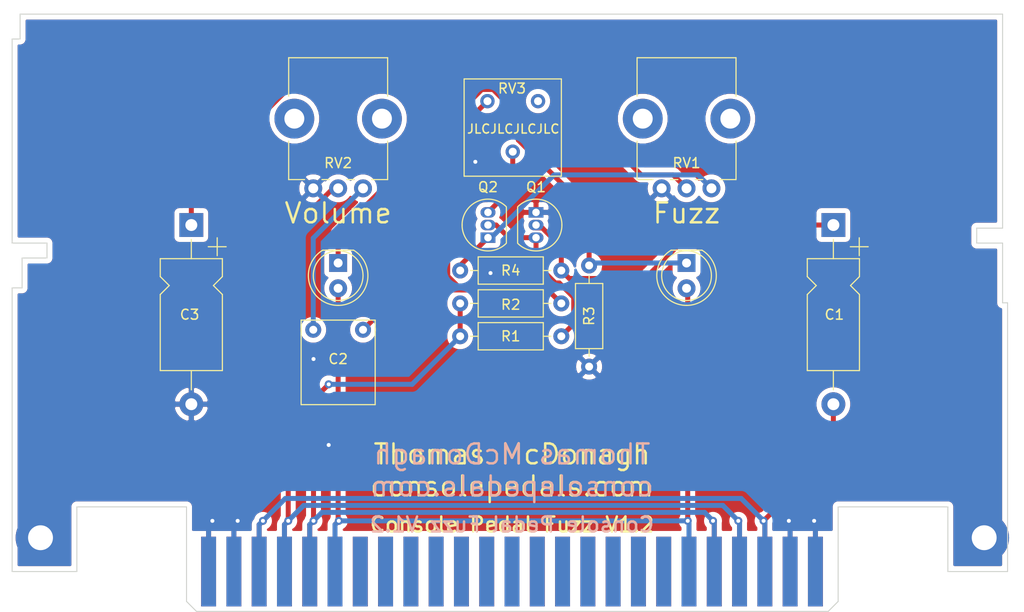
<source format=kicad_pcb>
(kicad_pcb (version 20171130) (host pcbnew "(5.1.7)-1")

  (general
    (thickness 1.6)
    (drawings 35)
    (tracks 143)
    (zones 0)
    (modules 17)
    (nets 14)
  )

  (page A4)
  (layers
    (0 F.Cu signal)
    (31 B.Cu signal)
    (32 B.Adhes user)
    (33 F.Adhes user)
    (34 B.Paste user)
    (35 F.Paste user)
    (36 B.SilkS user)
    (37 F.SilkS user)
    (38 B.Mask user hide)
    (39 F.Mask user hide)
    (40 Dwgs.User user)
    (41 Cmts.User user)
    (42 Eco1.User user)
    (43 Eco2.User user)
    (44 Edge.Cuts user)
    (45 Margin user)
    (46 B.CrtYd user)
    (47 F.CrtYd user)
    (48 B.Fab user)
    (49 F.Fab user hide)
  )

  (setup
    (last_trace_width 0.5)
    (user_trace_width 0.5)
    (trace_clearance 0.2)
    (zone_clearance 0.5)
    (zone_45_only no)
    (trace_min 0.2)
    (via_size 0.8)
    (via_drill 0.4)
    (via_min_size 0.4)
    (via_min_drill 0.3)
    (uvia_size 0.3)
    (uvia_drill 0.1)
    (uvias_allowed no)
    (uvia_min_size 0.2)
    (uvia_min_drill 0.1)
    (edge_width 0.05)
    (segment_width 0.2)
    (pcb_text_width 0.3)
    (pcb_text_size 1.5 1.5)
    (mod_edge_width 0.12)
    (mod_text_size 1 1)
    (mod_text_width 0.15)
    (pad_size 1.6 1.6)
    (pad_drill 0.8)
    (pad_to_mask_clearance 0)
    (aux_axis_origin 0 0)
    (visible_elements 7FFFFF7F)
    (pcbplotparams
      (layerselection 0x010fc_ffffffff)
      (usegerberextensions false)
      (usegerberattributes false)
      (usegerberadvancedattributes true)
      (creategerberjobfile true)
      (excludeedgelayer true)
      (linewidth 0.100000)
      (plotframeref false)
      (viasonmask false)
      (mode 1)
      (useauxorigin false)
      (hpglpennumber 1)
      (hpglpenspeed 20)
      (hpglpendiameter 15.000000)
      (psnegative false)
      (psa4output false)
      (plotreference true)
      (plotvalue true)
      (plotinvisibletext false)
      (padsonsilk false)
      (subtractmaskfromsilk false)
      (outputformat 1)
      (mirror false)
      (drillshape 0)
      (scaleselection 1)
      (outputdirectory "Gerbers/"))
  )

  (net 0 "")
  (net 1 GND)
  (net 2 "Net-(C1-Pad1)")
  (net 3 "Net-(C2-Pad2)")
  (net 4 "Net-(C2-Pad1)")
  (net 5 /LEDPower)
  (net 6 /Input)
  (net 7 /Output)
  (net 8 +9V)
  (net 9 "Net-(D1-Pad1)")
  (net 10 "Net-(C3-Pad1)")
  (net 11 "Net-(Q1-Pad3)")
  (net 12 "Net-(Q2-Pad1)")
  (net 13 "Net-(Q2-Pad3)")

  (net_class Default "This is the default net class."
    (clearance 0.2)
    (trace_width 0.25)
    (via_dia 0.8)
    (via_drill 0.4)
    (uvia_dia 0.3)
    (uvia_drill 0.1)
    (add_net +9V)
    (add_net /Input)
    (add_net /LEDPower)
    (add_net /Output)
    (add_net GND)
    (add_net "Net-(C1-Pad1)")
    (add_net "Net-(C2-Pad1)")
    (add_net "Net-(C2-Pad2)")
    (add_net "Net-(C3-Pad1)")
    (add_net "Net-(D1-Pad1)")
    (add_net "Net-(Q1-Pad3)")
    (add_net "Net-(Q2-Pad1)")
    (add_net "Net-(Q2-Pad3)")
  )

  (module LED_THT:LED_D5.0mm (layer F.Cu) (tedit 5995936A) (tstamp 5FA843C0)
    (at 115.25 95 270)
    (descr "LED, diameter 5.0mm, 2 pins, http://cdn-reichelt.de/documents/datenblatt/A500/LL-504BC2E-009.pdf")
    (tags "LED diameter 5.0mm 2 pins")
    (path /5FA93C7E)
    (fp_text reference D1 (at 1.27 -3.96 90) (layer F.SilkS) hide
      (effects (font (size 1 1) (thickness 0.15)))
    )
    (fp_text value LED (at 1.27 3.96 90) (layer F.Fab)
      (effects (font (size 1 1) (thickness 0.15)))
    )
    (fp_circle (center 1.27 0) (end 3.77 0) (layer F.Fab) (width 0.1))
    (fp_circle (center 1.27 0) (end 3.77 0) (layer F.SilkS) (width 0.12))
    (fp_line (start -1.23 -1.469694) (end -1.23 1.469694) (layer F.Fab) (width 0.1))
    (fp_line (start -1.29 -1.545) (end -1.29 1.545) (layer F.SilkS) (width 0.12))
    (fp_line (start -1.95 -3.25) (end -1.95 3.25) (layer F.CrtYd) (width 0.05))
    (fp_line (start -1.95 3.25) (end 4.5 3.25) (layer F.CrtYd) (width 0.05))
    (fp_line (start 4.5 3.25) (end 4.5 -3.25) (layer F.CrtYd) (width 0.05))
    (fp_line (start 4.5 -3.25) (end -1.95 -3.25) (layer F.CrtYd) (width 0.05))
    (fp_arc (start 1.27 0) (end -1.23 -1.469694) (angle 299.1) (layer F.Fab) (width 0.1))
    (fp_arc (start 1.27 0) (end -1.29 -1.54483) (angle 148.9) (layer F.SilkS) (width 0.12))
    (fp_arc (start 1.27 0) (end -1.29 1.54483) (angle -148.9) (layer F.SilkS) (width 0.12))
    (fp_text user %R (at 1.25 0 90) (layer F.Fab)
      (effects (font (size 0.8 0.8) (thickness 0.2)))
    )
    (pad 1 thru_hole rect (at 0 0 270) (size 1.8 1.8) (drill 0.9) (layers *.Cu *.Mask)
      (net 9 "Net-(D1-Pad1)"))
    (pad 2 thru_hole circle (at 2.54 0 270) (size 1.8 1.8) (drill 0.9) (layers *.Cu *.Mask)
      (net 5 /LEDPower))
    (model ${KISYS3DMOD}/LED_THT.3dshapes/LED_D5.0mm.wrl
      (at (xyz 0 0 0))
      (scale (xyz 1 1 1))
      (rotate (xyz 0 0 0))
    )
  )

  (module LED_THT:LED_D5.0mm (layer F.Cu) (tedit 5995936A) (tstamp 5FA842F1)
    (at 150.25 95 270)
    (descr "LED, diameter 5.0mm, 2 pins, http://cdn-reichelt.de/documents/datenblatt/A500/LL-504BC2E-009.pdf")
    (tags "LED diameter 5.0mm 2 pins")
    (path /5FA94A27)
    (fp_text reference D2 (at 1.27 -3.96 90) (layer F.SilkS) hide
      (effects (font (size 1 1) (thickness 0.15)))
    )
    (fp_text value LED (at 1.27 3.96 90) (layer F.Fab)
      (effects (font (size 1 1) (thickness 0.15)))
    )
    (fp_line (start 4.5 -3.25) (end -1.95 -3.25) (layer F.CrtYd) (width 0.05))
    (fp_line (start 4.5 3.25) (end 4.5 -3.25) (layer F.CrtYd) (width 0.05))
    (fp_line (start -1.95 3.25) (end 4.5 3.25) (layer F.CrtYd) (width 0.05))
    (fp_line (start -1.95 -3.25) (end -1.95 3.25) (layer F.CrtYd) (width 0.05))
    (fp_line (start -1.29 -1.545) (end -1.29 1.545) (layer F.SilkS) (width 0.12))
    (fp_line (start -1.23 -1.469694) (end -1.23 1.469694) (layer F.Fab) (width 0.1))
    (fp_circle (center 1.27 0) (end 3.77 0) (layer F.SilkS) (width 0.12))
    (fp_circle (center 1.27 0) (end 3.77 0) (layer F.Fab) (width 0.1))
    (fp_text user %R (at 1.25 0 90) (layer F.Fab)
      (effects (font (size 0.8 0.8) (thickness 0.2)))
    )
    (fp_arc (start 1.27 0) (end -1.29 1.54483) (angle -148.9) (layer F.SilkS) (width 0.12))
    (fp_arc (start 1.27 0) (end -1.29 -1.54483) (angle 148.9) (layer F.SilkS) (width 0.12))
    (fp_arc (start 1.27 0) (end -1.23 -1.469694) (angle 299.1) (layer F.Fab) (width 0.1))
    (pad 2 thru_hole circle (at 2.54 0 270) (size 1.8 1.8) (drill 0.9) (layers *.Cu *.Mask)
      (net 5 /LEDPower))
    (pad 1 thru_hole rect (at 0 0 270) (size 1.8 1.8) (drill 0.9) (layers *.Cu *.Mask)
      (net 9 "Net-(D1-Pad1)"))
    (model ${KISYS3DMOD}/LED_THT.3dshapes/LED_D5.0mm.wrl
      (at (xyz 0 0 0))
      (scale (xyz 1 1 1))
      (rotate (xyz 0 0 0))
    )
  )

  (module MountingHole:MountingHole_2.5mm_Pad (layer F.Cu) (tedit 5FD51072) (tstamp 5FD57994)
    (at 85.35 122.6)
    (descr "Mounting Hole 2.5mm")
    (tags "mounting hole 2.5mm")
    (path /5FD7729C)
    (attr virtual)
    (fp_text reference H1 (at 0 -0.045) (layer F.SilkS) hide
      (effects (font (size 1 1) (thickness 0.15)))
    )
    (fp_text value MountingHole_Pad (at 0 3.5) (layer F.Fab)
      (effects (font (size 1 1) (thickness 0.15)))
    )
    (fp_circle (center 0 0) (end 2.5 0) (layer Cmts.User) (width 0.15))
    (fp_circle (center 0 0) (end 2.75 0) (layer F.CrtYd) (width 0.05))
    (fp_text user %R (at 0.3 0) (layer F.Fab)
      (effects (font (size 1 1) (thickness 0.15)))
    )
    (pad 1 thru_hole circle (at 0 0) (size 5 5) (drill 2.5) (layers *.Cu *.Mask)
      (net 1 GND) (zone_connect 2))
  )

  (module MountingHole:MountingHole_2.5mm_Pad (layer F.Cu) (tedit 5FD51084) (tstamp 5FD5799C)
    (at 180.15 122.6)
    (descr "Mounting Hole 2.5mm")
    (tags "mounting hole 2.5mm")
    (path /5FD78F6F)
    (attr virtual)
    (fp_text reference H2 (at 0 -0.045) (layer F.SilkS) hide
      (effects (font (size 1 1) (thickness 0.15)))
    )
    (fp_text value MountingHole_Pad (at 0 3.5) (layer F.Fab)
      (effects (font (size 1 1) (thickness 0.15)))
    )
    (fp_circle (center 0 0) (end 2.75 0) (layer F.CrtYd) (width 0.05))
    (fp_circle (center 0 0) (end 2.5 0) (layer Cmts.User) (width 0.15))
    (fp_text user %R (at 0.3 0) (layer F.Fab)
      (effects (font (size 1 1) (thickness 0.15)))
    )
    (pad 1 thru_hole circle (at 0 0) (size 5 5) (drill 2.5) (layers *.Cu *.Mask)
      (net 1 GND) (zone_connect 2))
  )

  (module Package_TO_SOT_THT:TO-92_Inline (layer F.Cu) (tedit 5A1DD157) (tstamp 5FDBFC8A)
    (at 135.128 89.916 270)
    (descr "TO-92 leads in-line, narrow, oval pads, drill 0.75mm (see NXP sot054_po.pdf)")
    (tags "to-92 sc-43 sc-43a sot54 PA33 transistor")
    (path /5FDBB0A9)
    (fp_text reference Q1 (at -2.54 0 180) (layer F.SilkS)
      (effects (font (size 1 1) (thickness 0.15)))
    )
    (fp_text value 2N3904 (at 1.27 2.79 90) (layer F.Fab)
      (effects (font (size 1 1) (thickness 0.15)))
    )
    (fp_line (start 4 2.01) (end -1.46 2.01) (layer F.CrtYd) (width 0.05))
    (fp_line (start 4 2.01) (end 4 -2.73) (layer F.CrtYd) (width 0.05))
    (fp_line (start -1.46 -2.73) (end -1.46 2.01) (layer F.CrtYd) (width 0.05))
    (fp_line (start -1.46 -2.73) (end 4 -2.73) (layer F.CrtYd) (width 0.05))
    (fp_line (start -0.5 1.75) (end 3 1.75) (layer F.Fab) (width 0.1))
    (fp_line (start -0.53 1.85) (end 3.07 1.85) (layer F.SilkS) (width 0.12))
    (fp_text user %R (at 1.27 -3.56 90) (layer F.Fab)
      (effects (font (size 1 1) (thickness 0.15)))
    )
    (fp_arc (start 1.27 0) (end 1.27 -2.48) (angle 135) (layer F.Fab) (width 0.1))
    (fp_arc (start 1.27 0) (end 1.27 -2.6) (angle -135) (layer F.SilkS) (width 0.12))
    (fp_arc (start 1.27 0) (end 1.27 -2.48) (angle -135) (layer F.Fab) (width 0.1))
    (fp_arc (start 1.27 0) (end 1.27 -2.6) (angle 135) (layer F.SilkS) (width 0.12))
    (pad 2 thru_hole oval (at 1.27 0 270) (size 1.05 1.5) (drill 0.75) (layers *.Cu *.Mask)
      (net 2 "Net-(C1-Pad1)"))
    (pad 3 thru_hole oval (at 2.54 0 270) (size 1.05 1.5) (drill 0.75) (layers *.Cu *.Mask)
      (net 11 "Net-(Q1-Pad3)"))
    (pad 1 thru_hole rect (at 0 0 270) (size 1.05 1.5) (drill 0.75) (layers *.Cu *.Mask)
      (net 1 GND))
    (model ${KISYS3DMOD}/Package_TO_SOT_THT.3dshapes/TO-92_Inline.wrl
      (at (xyz 0 0 0))
      (scale (xyz 1 1 1))
      (rotate (xyz 0 0 0))
    )
  )

  (module Package_TO_SOT_THT:TO-92_Inline (layer F.Cu) (tedit 5A1DD157) (tstamp 5FDBFC9C)
    (at 130.302 92.456 90)
    (descr "TO-92 leads in-line, narrow, oval pads, drill 0.75mm (see NXP sot054_po.pdf)")
    (tags "to-92 sc-43 sc-43a sot54 PA33 transistor")
    (path /5FDBBF16)
    (fp_text reference Q2 (at 5.08 0 180) (layer F.SilkS)
      (effects (font (size 1 1) (thickness 0.15)))
    )
    (fp_text value 2N3904 (at 1.27 2.79 90) (layer F.Fab)
      (effects (font (size 1 1) (thickness 0.15)))
    )
    (fp_line (start -0.53 1.85) (end 3.07 1.85) (layer F.SilkS) (width 0.12))
    (fp_line (start -0.5 1.75) (end 3 1.75) (layer F.Fab) (width 0.1))
    (fp_line (start -1.46 -2.73) (end 4 -2.73) (layer F.CrtYd) (width 0.05))
    (fp_line (start -1.46 -2.73) (end -1.46 2.01) (layer F.CrtYd) (width 0.05))
    (fp_line (start 4 2.01) (end 4 -2.73) (layer F.CrtYd) (width 0.05))
    (fp_line (start 4 2.01) (end -1.46 2.01) (layer F.CrtYd) (width 0.05))
    (fp_arc (start 1.27 0) (end 1.27 -2.6) (angle 135) (layer F.SilkS) (width 0.12))
    (fp_arc (start 1.27 0) (end 1.27 -2.48) (angle -135) (layer F.Fab) (width 0.1))
    (fp_arc (start 1.27 0) (end 1.27 -2.6) (angle -135) (layer F.SilkS) (width 0.12))
    (fp_arc (start 1.27 0) (end 1.27 -2.48) (angle 135) (layer F.Fab) (width 0.1))
    (fp_text user %R (at 1.27 -3.56 90) (layer F.Fab)
      (effects (font (size 1 1) (thickness 0.15)))
    )
    (pad 1 thru_hole rect (at 0 0 90) (size 1.05 1.5) (drill 0.75) (layers *.Cu *.Mask)
      (net 12 "Net-(Q2-Pad1)"))
    (pad 3 thru_hole oval (at 2.54 0 90) (size 1.05 1.5) (drill 0.75) (layers *.Cu *.Mask)
      (net 13 "Net-(Q2-Pad3)"))
    (pad 2 thru_hole oval (at 1.27 0 90) (size 1.05 1.5) (drill 0.75) (layers *.Cu *.Mask)
      (net 11 "Net-(Q1-Pad3)"))
    (model ${KISYS3DMOD}/Package_TO_SOT_THT.3dshapes/TO-92_Inline.wrl
      (at (xyz 0 0 0))
      (scale (xyz 1 1 1))
      (rotate (xyz 0 0 0))
    )
  )

  (module Potentiometer_THT:Potentiometer_Bourns_PTV09A-1_Single_Vertical (layer F.Cu) (tedit 5A3D4993) (tstamp 5FDBFD0C)
    (at 152.75 87.5 90)
    (descr "Potentiometer, vertical, Bourns PTV09A-1 Single, http://www.bourns.com/docs/Product-Datasheets/ptv09.pdf")
    (tags "Potentiometer vertical Bourns PTV09A-1 Single")
    (path /5FDC898F)
    (fp_text reference RV1 (at 2.54 -2.5 180) (layer F.SilkS)
      (effects (font (size 1 1) (thickness 0.15)))
    )
    (fp_text value 1K (at 6.05 5.15 90) (layer F.Fab)
      (effects (font (size 1 1) (thickness 0.15)))
    )
    (fp_circle (center 7.5 -2.5) (end 10.5 -2.5) (layer F.Fab) (width 0.1))
    (fp_line (start 1 -7.35) (end 1 2.35) (layer F.Fab) (width 0.1))
    (fp_line (start 1 2.35) (end 13 2.35) (layer F.Fab) (width 0.1))
    (fp_line (start 13 2.35) (end 13 -7.35) (layer F.Fab) (width 0.1))
    (fp_line (start 13 -7.35) (end 1 -7.35) (layer F.Fab) (width 0.1))
    (fp_line (start 0.88 -7.47) (end 4.745 -7.47) (layer F.SilkS) (width 0.12))
    (fp_line (start 9.255 -7.47) (end 13.12 -7.47) (layer F.SilkS) (width 0.12))
    (fp_line (start 0.88 2.47) (end 4.745 2.47) (layer F.SilkS) (width 0.12))
    (fp_line (start 9.255 2.47) (end 13.12 2.47) (layer F.SilkS) (width 0.12))
    (fp_line (start 0.88 -7.47) (end 0.88 -5.871) (layer F.SilkS) (width 0.12))
    (fp_line (start 0.88 -4.129) (end 0.88 -3.37) (layer F.SilkS) (width 0.12))
    (fp_line (start 0.88 -1.629) (end 0.88 -0.87) (layer F.SilkS) (width 0.12))
    (fp_line (start 0.88 0.87) (end 0.88 2.47) (layer F.SilkS) (width 0.12))
    (fp_line (start 13.12 -7.47) (end 13.12 2.47) (layer F.SilkS) (width 0.12))
    (fp_line (start -1.15 -9.15) (end -1.15 4.15) (layer F.CrtYd) (width 0.05))
    (fp_line (start -1.15 4.15) (end 13.25 4.15) (layer F.CrtYd) (width 0.05))
    (fp_line (start 13.25 4.15) (end 13.25 -9.15) (layer F.CrtYd) (width 0.05))
    (fp_line (start 13.25 -9.15) (end -1.15 -9.15) (layer F.CrtYd) (width 0.05))
    (fp_text user %R (at 2 -2.5) (layer F.Fab)
      (effects (font (size 1 1) (thickness 0.15)))
    )
    (pad "" np_thru_hole circle (at 7 1.9 90) (size 4 4) (drill 2) (layers *.Cu *.Mask))
    (pad "" np_thru_hole circle (at 7 -6.9 90) (size 4 4) (drill 2) (layers *.Cu *.Mask))
    (pad 1 thru_hole circle (at 0 0 90) (size 1.8 1.8) (drill 1) (layers *.Cu *.Mask)
      (net 12 "Net-(Q2-Pad1)"))
    (pad 2 thru_hole circle (at 0 -2.5 90) (size 1.8 1.8) (drill 1) (layers *.Cu *.Mask)
      (net 10 "Net-(C3-Pad1)"))
    (pad 3 thru_hole circle (at 0 -5 90) (size 1.8 1.8) (drill 1) (layers *.Cu *.Mask)
      (net 1 GND))
    (model ${KISYS3DMOD}/Potentiometer_THT.3dshapes/Potentiometer_Bourns_PTV09A-1_Single_Vertical.wrl
      (at (xyz 0 0 0))
      (scale (xyz 1 1 1))
      (rotate (xyz 0 0 0))
    )
  )

  (module Potentiometer_THT:Potentiometer_Bourns_PTV09A-1_Single_Vertical (layer F.Cu) (tedit 5A3D4993) (tstamp 5FDBFD28)
    (at 117.75 87.5 90)
    (descr "Potentiometer, vertical, Bourns PTV09A-1 Single, http://www.bourns.com/docs/Product-Datasheets/ptv09.pdf")
    (tags "Potentiometer vertical Bourns PTV09A-1 Single")
    (path /5FDCA70F)
    (fp_text reference RV2 (at 2.54 -2.5 180) (layer F.SilkS)
      (effects (font (size 1 1) (thickness 0.15)))
    )
    (fp_text value 500K (at 6.05 5.15 90) (layer F.Fab)
      (effects (font (size 1 1) (thickness 0.15)))
    )
    (fp_line (start 13.25 -9.15) (end -1.15 -9.15) (layer F.CrtYd) (width 0.05))
    (fp_line (start 13.25 4.15) (end 13.25 -9.15) (layer F.CrtYd) (width 0.05))
    (fp_line (start -1.15 4.15) (end 13.25 4.15) (layer F.CrtYd) (width 0.05))
    (fp_line (start -1.15 -9.15) (end -1.15 4.15) (layer F.CrtYd) (width 0.05))
    (fp_line (start 13.12 -7.47) (end 13.12 2.47) (layer F.SilkS) (width 0.12))
    (fp_line (start 0.88 0.87) (end 0.88 2.47) (layer F.SilkS) (width 0.12))
    (fp_line (start 0.88 -1.629) (end 0.88 -0.87) (layer F.SilkS) (width 0.12))
    (fp_line (start 0.88 -4.129) (end 0.88 -3.37) (layer F.SilkS) (width 0.12))
    (fp_line (start 0.88 -7.47) (end 0.88 -5.871) (layer F.SilkS) (width 0.12))
    (fp_line (start 9.255 2.47) (end 13.12 2.47) (layer F.SilkS) (width 0.12))
    (fp_line (start 0.88 2.47) (end 4.745 2.47) (layer F.SilkS) (width 0.12))
    (fp_line (start 9.255 -7.47) (end 13.12 -7.47) (layer F.SilkS) (width 0.12))
    (fp_line (start 0.88 -7.47) (end 4.745 -7.47) (layer F.SilkS) (width 0.12))
    (fp_line (start 13 -7.35) (end 1 -7.35) (layer F.Fab) (width 0.1))
    (fp_line (start 13 2.35) (end 13 -7.35) (layer F.Fab) (width 0.1))
    (fp_line (start 1 2.35) (end 13 2.35) (layer F.Fab) (width 0.1))
    (fp_line (start 1 -7.35) (end 1 2.35) (layer F.Fab) (width 0.1))
    (fp_circle (center 7.5 -2.5) (end 10.5 -2.5) (layer F.Fab) (width 0.1))
    (fp_text user %R (at 2 -2.5) (layer F.Fab)
      (effects (font (size 1 1) (thickness 0.15)))
    )
    (pad 3 thru_hole circle (at 0 -5 90) (size 1.8 1.8) (drill 1) (layers *.Cu *.Mask)
      (net 1 GND))
    (pad 2 thru_hole circle (at 0 -2.5 90) (size 1.8 1.8) (drill 1) (layers *.Cu *.Mask)
      (net 7 /Output))
    (pad 1 thru_hole circle (at 0 0 90) (size 1.8 1.8) (drill 1) (layers *.Cu *.Mask)
      (net 4 "Net-(C2-Pad1)"))
    (pad "" np_thru_hole circle (at 7 -6.9 90) (size 4 4) (drill 2) (layers *.Cu *.Mask))
    (pad "" np_thru_hole circle (at 7 1.9 90) (size 4 4) (drill 2) (layers *.Cu *.Mask))
    (model ${KISYS3DMOD}/Potentiometer_THT.3dshapes/Potentiometer_Bourns_PTV09A-1_Single_Vertical.wrl
      (at (xyz 0 0 0))
      (scale (xyz 1 1 1))
      (rotate (xyz 0 0 0))
    )
  )

  (module Resistor_THT:R_Axial_DIN0207_L6.3mm_D2.5mm_P10.16mm_Horizontal (layer F.Cu) (tedit 5AE5139B) (tstamp 5FF7D7D9)
    (at 137.668 102.362 180)
    (descr "Resistor, Axial_DIN0207 series, Axial, Horizontal, pin pitch=10.16mm, 0.25W = 1/4W, length*diameter=6.3*2.5mm^2, http://cdn-reichelt.de/documents/datenblatt/B400/1_4W%23YAG.pdf")
    (tags "Resistor Axial_DIN0207 series Axial Horizontal pin pitch 10.16mm 0.25W = 1/4W length 6.3mm diameter 2.5mm")
    (path /5FDBC2D5)
    (fp_text reference R1 (at 5.08 0) (layer F.SilkS)
      (effects (font (size 1 1) (thickness 0.15)))
    )
    (fp_text value 33K (at 5.08 2.37) (layer F.Fab)
      (effects (font (size 1 1) (thickness 0.15)))
    )
    (fp_line (start 11.21 -1.5) (end -1.05 -1.5) (layer F.CrtYd) (width 0.05))
    (fp_line (start 11.21 1.5) (end 11.21 -1.5) (layer F.CrtYd) (width 0.05))
    (fp_line (start -1.05 1.5) (end 11.21 1.5) (layer F.CrtYd) (width 0.05))
    (fp_line (start -1.05 -1.5) (end -1.05 1.5) (layer F.CrtYd) (width 0.05))
    (fp_line (start 9.12 0) (end 8.35 0) (layer F.SilkS) (width 0.12))
    (fp_line (start 1.04 0) (end 1.81 0) (layer F.SilkS) (width 0.12))
    (fp_line (start 8.35 -1.37) (end 1.81 -1.37) (layer F.SilkS) (width 0.12))
    (fp_line (start 8.35 1.37) (end 8.35 -1.37) (layer F.SilkS) (width 0.12))
    (fp_line (start 1.81 1.37) (end 8.35 1.37) (layer F.SilkS) (width 0.12))
    (fp_line (start 1.81 -1.37) (end 1.81 1.37) (layer F.SilkS) (width 0.12))
    (fp_line (start 10.16 0) (end 8.23 0) (layer F.Fab) (width 0.1))
    (fp_line (start 0 0) (end 1.93 0) (layer F.Fab) (width 0.1))
    (fp_line (start 8.23 -1.25) (end 1.93 -1.25) (layer F.Fab) (width 0.1))
    (fp_line (start 8.23 1.25) (end 8.23 -1.25) (layer F.Fab) (width 0.1))
    (fp_line (start 1.93 1.25) (end 8.23 1.25) (layer F.Fab) (width 0.1))
    (fp_line (start 1.93 -1.25) (end 1.93 1.25) (layer F.Fab) (width 0.1))
    (fp_text user %R (at 5.08 0) (layer F.Fab)
      (effects (font (size 1 1) (thickness 0.15)))
    )
    (pad 2 thru_hole oval (at 10.16 0 180) (size 1.6 1.6) (drill 0.8) (layers *.Cu *.Mask)
      (net 8 +9V))
    (pad 1 thru_hole circle (at 0 0 180) (size 1.6 1.6) (drill 0.8) (layers *.Cu *.Mask)
      (net 11 "Net-(Q1-Pad3)"))
    (model ${KISYS3DMOD}/Resistor_THT.3dshapes/R_Axial_DIN0207_L6.3mm_D2.5mm_P10.16mm_Horizontal.wrl
      (at (xyz 0 0 0))
      (scale (xyz 1 1 1))
      (rotate (xyz 0 0 0))
    )
  )

  (module Resistor_THT:R_Axial_DIN0207_L6.3mm_D2.5mm_P10.16mm_Horizontal (layer F.Cu) (tedit 5AE5139B) (tstamp 5FEF2BBF)
    (at 137.668 99.06 180)
    (descr "Resistor, Axial_DIN0207 series, Axial, Horizontal, pin pitch=10.16mm, 0.25W = 1/4W, length*diameter=6.3*2.5mm^2, http://cdn-reichelt.de/documents/datenblatt/B400/1_4W%23YAG.pdf")
    (tags "Resistor Axial_DIN0207 series Axial Horizontal pin pitch 10.16mm 0.25W = 1/4W length 6.3mm diameter 2.5mm")
    (path /5FDBD12D)
    (fp_text reference R2 (at 5.08 -0.127) (layer F.SilkS)
      (effects (font (size 1 1) (thickness 0.15)))
    )
    (fp_text value 330 (at 5.08 2.37) (layer F.Fab)
      (effects (font (size 1 1) (thickness 0.15)))
    )
    (fp_line (start 1.93 -1.25) (end 1.93 1.25) (layer F.Fab) (width 0.1))
    (fp_line (start 1.93 1.25) (end 8.23 1.25) (layer F.Fab) (width 0.1))
    (fp_line (start 8.23 1.25) (end 8.23 -1.25) (layer F.Fab) (width 0.1))
    (fp_line (start 8.23 -1.25) (end 1.93 -1.25) (layer F.Fab) (width 0.1))
    (fp_line (start 0 0) (end 1.93 0) (layer F.Fab) (width 0.1))
    (fp_line (start 10.16 0) (end 8.23 0) (layer F.Fab) (width 0.1))
    (fp_line (start 1.81 -1.37) (end 1.81 1.37) (layer F.SilkS) (width 0.12))
    (fp_line (start 1.81 1.37) (end 8.35 1.37) (layer F.SilkS) (width 0.12))
    (fp_line (start 8.35 1.37) (end 8.35 -1.37) (layer F.SilkS) (width 0.12))
    (fp_line (start 8.35 -1.37) (end 1.81 -1.37) (layer F.SilkS) (width 0.12))
    (fp_line (start 1.04 0) (end 1.81 0) (layer F.SilkS) (width 0.12))
    (fp_line (start 9.12 0) (end 8.35 0) (layer F.SilkS) (width 0.12))
    (fp_line (start -1.05 -1.5) (end -1.05 1.5) (layer F.CrtYd) (width 0.05))
    (fp_line (start -1.05 1.5) (end 11.21 1.5) (layer F.CrtYd) (width 0.05))
    (fp_line (start 11.21 1.5) (end 11.21 -1.5) (layer F.CrtYd) (width 0.05))
    (fp_line (start 11.21 -1.5) (end -1.05 -1.5) (layer F.CrtYd) (width 0.05))
    (fp_text user %R (at 5.08 0) (layer F.Fab)
      (effects (font (size 1 1) (thickness 0.15)))
    )
    (pad 1 thru_hole circle (at 0 0 180) (size 1.6 1.6) (drill 0.8) (layers *.Cu *.Mask)
      (net 3 "Net-(C2-Pad2)"))
    (pad 2 thru_hole oval (at 10.16 0 180) (size 1.6 1.6) (drill 0.8) (layers *.Cu *.Mask)
      (net 8 +9V))
    (model ${KISYS3DMOD}/Resistor_THT.3dshapes/R_Axial_DIN0207_L6.3mm_D2.5mm_P10.16mm_Horizontal.wrl
      (at (xyz 0 0 0))
      (scale (xyz 1 1 1))
      (rotate (xyz 0 0 0))
    )
  )

  (module Resistor_THT:R_Axial_DIN0207_L6.3mm_D2.5mm_P10.16mm_Horizontal (layer F.Cu) (tedit 5AE5139B) (tstamp 5FEF2BD5)
    (at 140.462 105.41 90)
    (descr "Resistor, Axial_DIN0207 series, Axial, Horizontal, pin pitch=10.16mm, 0.25W = 1/4W, length*diameter=6.3*2.5mm^2, http://cdn-reichelt.de/documents/datenblatt/B400/1_4W%23YAG.pdf")
    (tags "Resistor Axial_DIN0207 series Axial Horizontal pin pitch 10.16mm 0.25W = 1/4W length 6.3mm diameter 2.5mm")
    (path /5FA964BB)
    (fp_text reference R3 (at 5.08 0 90) (layer F.SilkS)
      (effects (font (size 1 1) (thickness 0.15)))
    )
    (fp_text value 100K (at 5.08 2.37 90) (layer F.Fab)
      (effects (font (size 1 1) (thickness 0.15)))
    )
    (fp_line (start 1.93 -1.25) (end 1.93 1.25) (layer F.Fab) (width 0.1))
    (fp_line (start 1.93 1.25) (end 8.23 1.25) (layer F.Fab) (width 0.1))
    (fp_line (start 8.23 1.25) (end 8.23 -1.25) (layer F.Fab) (width 0.1))
    (fp_line (start 8.23 -1.25) (end 1.93 -1.25) (layer F.Fab) (width 0.1))
    (fp_line (start 0 0) (end 1.93 0) (layer F.Fab) (width 0.1))
    (fp_line (start 10.16 0) (end 8.23 0) (layer F.Fab) (width 0.1))
    (fp_line (start 1.81 -1.37) (end 1.81 1.37) (layer F.SilkS) (width 0.12))
    (fp_line (start 1.81 1.37) (end 8.35 1.37) (layer F.SilkS) (width 0.12))
    (fp_line (start 8.35 1.37) (end 8.35 -1.37) (layer F.SilkS) (width 0.12))
    (fp_line (start 8.35 -1.37) (end 1.81 -1.37) (layer F.SilkS) (width 0.12))
    (fp_line (start 1.04 0) (end 1.81 0) (layer F.SilkS) (width 0.12))
    (fp_line (start 9.12 0) (end 8.35 0) (layer F.SilkS) (width 0.12))
    (fp_line (start -1.05 -1.5) (end -1.05 1.5) (layer F.CrtYd) (width 0.05))
    (fp_line (start -1.05 1.5) (end 11.21 1.5) (layer F.CrtYd) (width 0.05))
    (fp_line (start 11.21 1.5) (end 11.21 -1.5) (layer F.CrtYd) (width 0.05))
    (fp_line (start 11.21 -1.5) (end -1.05 -1.5) (layer F.CrtYd) (width 0.05))
    (fp_text user %R (at 5.08 0 90) (layer F.Fab)
      (effects (font (size 1 1) (thickness 0.15)))
    )
    (pad 1 thru_hole circle (at 0 0 90) (size 1.6 1.6) (drill 0.8) (layers *.Cu *.Mask)
      (net 1 GND))
    (pad 2 thru_hole oval (at 10.16 0 90) (size 1.6 1.6) (drill 0.8) (layers *.Cu *.Mask)
      (net 9 "Net-(D1-Pad1)"))
    (model ${KISYS3DMOD}/Resistor_THT.3dshapes/R_Axial_DIN0207_L6.3mm_D2.5mm_P10.16mm_Horizontal.wrl
      (at (xyz 0 0 0))
      (scale (xyz 1 1 1))
      (rotate (xyz 0 0 0))
    )
  )

  (module Resistor_THT:R_Axial_DIN0207_L6.3mm_D2.5mm_P10.16mm_Horizontal (layer F.Cu) (tedit 5AE5139B) (tstamp 5FEF2BEB)
    (at 137.668 95.758 180)
    (descr "Resistor, Axial_DIN0207 series, Axial, Horizontal, pin pitch=10.16mm, 0.25W = 1/4W, length*diameter=6.3*2.5mm^2, http://cdn-reichelt.de/documents/datenblatt/B400/1_4W%23YAG.pdf")
    (tags "Resistor Axial_DIN0207 series Axial Horizontal pin pitch 10.16mm 0.25W = 1/4W length 6.3mm diameter 2.5mm")
    (path /5FDC769E)
    (fp_text reference R4 (at 5.08 0) (layer F.SilkS)
      (effects (font (size 1 1) (thickness 0.15)))
    )
    (fp_text value 100K (at 5.08 2.37) (layer F.Fab)
      (effects (font (size 1 1) (thickness 0.15)))
    )
    (fp_line (start 1.93 -1.25) (end 1.93 1.25) (layer F.Fab) (width 0.1))
    (fp_line (start 1.93 1.25) (end 8.23 1.25) (layer F.Fab) (width 0.1))
    (fp_line (start 8.23 1.25) (end 8.23 -1.25) (layer F.Fab) (width 0.1))
    (fp_line (start 8.23 -1.25) (end 1.93 -1.25) (layer F.Fab) (width 0.1))
    (fp_line (start 0 0) (end 1.93 0) (layer F.Fab) (width 0.1))
    (fp_line (start 10.16 0) (end 8.23 0) (layer F.Fab) (width 0.1))
    (fp_line (start 1.81 -1.37) (end 1.81 1.37) (layer F.SilkS) (width 0.12))
    (fp_line (start 1.81 1.37) (end 8.35 1.37) (layer F.SilkS) (width 0.12))
    (fp_line (start 8.35 1.37) (end 8.35 -1.37) (layer F.SilkS) (width 0.12))
    (fp_line (start 8.35 -1.37) (end 1.81 -1.37) (layer F.SilkS) (width 0.12))
    (fp_line (start 1.04 0) (end 1.81 0) (layer F.SilkS) (width 0.12))
    (fp_line (start 9.12 0) (end 8.35 0) (layer F.SilkS) (width 0.12))
    (fp_line (start -1.05 -1.5) (end -1.05 1.5) (layer F.CrtYd) (width 0.05))
    (fp_line (start -1.05 1.5) (end 11.21 1.5) (layer F.CrtYd) (width 0.05))
    (fp_line (start 11.21 1.5) (end 11.21 -1.5) (layer F.CrtYd) (width 0.05))
    (fp_line (start 11.21 -1.5) (end -1.05 -1.5) (layer F.CrtYd) (width 0.05))
    (fp_text user %R (at 5.08 0) (layer F.Fab)
      (effects (font (size 1 1) (thickness 0.15)))
    )
    (pad 1 thru_hole circle (at 0 0 180) (size 1.6 1.6) (drill 0.8) (layers *.Cu *.Mask)
      (net 2 "Net-(C1-Pad1)"))
    (pad 2 thru_hole oval (at 10.16 0 180) (size 1.6 1.6) (drill 0.8) (layers *.Cu *.Mask)
      (net 12 "Net-(Q2-Pad1)"))
    (model ${KISYS3DMOD}/Resistor_THT.3dshapes/R_Axial_DIN0207_L6.3mm_D2.5mm_P10.16mm_Horizontal.wrl
      (at (xyz 0 0 0))
      (scale (xyz 1 1 1))
      (rotate (xyz 0 0 0))
    )
  )

  (module Potentiometer_THT:Potentiometer_Bourns_3386F_Vertical (layer F.Cu) (tedit 5AA07388) (tstamp 5FF100BC)
    (at 130.25 78.74 270)
    (descr "Potentiometer, vertical, Bourns 3386F, https://www.bourns.com/pdfs/3386.pdf")
    (tags "Potentiometer vertical Bourns 3386F")
    (path /5FF15350)
    (fp_text reference RV3 (at -1.27 -2.465 180) (layer F.SilkS)
      (effects (font (size 1 1) (thickness 0.15)))
    )
    (fp_text value 10K (at 2.655 3.475 90) (layer F.Fab)
      (effects (font (size 1 1) (thickness 0.15)))
    )
    (fp_circle (center 1.781 -2.54) (end 3.356 -2.54) (layer F.Fab) (width 0.1))
    (fp_line (start -2.11 -7.305) (end -2.11 2.225) (layer F.Fab) (width 0.1))
    (fp_line (start -2.11 2.225) (end 7.42 2.225) (layer F.Fab) (width 0.1))
    (fp_line (start 7.42 2.225) (end 7.42 -7.305) (layer F.Fab) (width 0.1))
    (fp_line (start 7.42 -7.305) (end -2.11 -7.305) (layer F.Fab) (width 0.1))
    (fp_line (start 1.781 -0.98) (end 1.781 -4.099) (layer F.Fab) (width 0.1))
    (fp_line (start 1.781 -0.98) (end 1.781 -4.099) (layer F.Fab) (width 0.1))
    (fp_line (start -2.23 -7.425) (end 7.54 -7.425) (layer F.SilkS) (width 0.12))
    (fp_line (start -2.23 2.345) (end 7.54 2.345) (layer F.SilkS) (width 0.12))
    (fp_line (start -2.23 -7.425) (end -2.23 2.345) (layer F.SilkS) (width 0.12))
    (fp_line (start 7.54 -7.425) (end 7.54 2.345) (layer F.SilkS) (width 0.12))
    (fp_line (start -2.36 -7.56) (end -2.36 2.48) (layer F.CrtYd) (width 0.05))
    (fp_line (start -2.36 2.48) (end 7.67 2.48) (layer F.CrtYd) (width 0.05))
    (fp_line (start 7.67 2.48) (end 7.67 -7.56) (layer F.CrtYd) (width 0.05))
    (fp_line (start 7.67 -7.56) (end -2.36 -7.56) (layer F.CrtYd) (width 0.05))
    (fp_text user %R (at -1.11 -2.54) (layer F.Fab)
      (effects (font (size 1 1) (thickness 0.15)))
    )
    (pad 3 thru_hole circle (at 0 -5.08 270) (size 1.44 1.44) (drill 0.8) (layers *.Cu *.Mask))
    (pad 2 thru_hole circle (at 5.08 -2.54 270) (size 1.44 1.44) (drill 0.8) (layers *.Cu *.Mask)
      (net 13 "Net-(Q2-Pad3)"))
    (pad 1 thru_hole circle (at 0 0 270) (size 1.44 1.44) (drill 0.8) (layers *.Cu *.Mask)
      (net 3 "Net-(C2-Pad2)"))
    (model ${KISYS3DMOD}/Potentiometer_THT.3dshapes/Potentiometer_Bourns_3386F_Vertical.wrl
      (at (xyz 0 0 0))
      (scale (xyz 1 1 1))
      (rotate (xyz 0 0 0))
    )
  )

  (module Capacitor_THT:CP_Axial_L11.0mm_D5.0mm_P18.00mm_Horizontal (layer F.Cu) (tedit 5AE50EF2) (tstamp 601F26E5)
    (at 165 91.186 270)
    (descr "CP, Axial series, Axial, Horizontal, pin pitch=18mm, , length*diameter=11*5mm^2, Electrolytic Capacitor")
    (tags "CP Axial series Axial Horizontal pin pitch 18mm  length 11mm diameter 5mm Electrolytic Capacitor")
    (path /5FDBA350)
    (fp_text reference C1 (at 9 -0.1 180) (layer F.SilkS)
      (effects (font (size 1 1) (thickness 0.15)))
    )
    (fp_text value 2.2uF (at 9 3.62 90) (layer F.Fab)
      (effects (font (size 1 1) (thickness 0.15)))
    )
    (fp_line (start 19.45 -2.75) (end -1.45 -2.75) (layer F.CrtYd) (width 0.05))
    (fp_line (start 19.45 2.75) (end 19.45 -2.75) (layer F.CrtYd) (width 0.05))
    (fp_line (start -1.45 2.75) (end 19.45 2.75) (layer F.CrtYd) (width 0.05))
    (fp_line (start -1.45 -2.75) (end -1.45 2.75) (layer F.CrtYd) (width 0.05))
    (fp_line (start 16.56 0) (end 14.62 0) (layer F.SilkS) (width 0.12))
    (fp_line (start 1.44 0) (end 3.38 0) (layer F.SilkS) (width 0.12))
    (fp_line (start 6.98 2.62) (end 14.62 2.62) (layer F.SilkS) (width 0.12))
    (fp_line (start 6.08 1.72) (end 6.98 2.62) (layer F.SilkS) (width 0.12))
    (fp_line (start 5.18 2.62) (end 6.08 1.72) (layer F.SilkS) (width 0.12))
    (fp_line (start 3.38 2.62) (end 5.18 2.62) (layer F.SilkS) (width 0.12))
    (fp_line (start 6.98 -2.62) (end 14.62 -2.62) (layer F.SilkS) (width 0.12))
    (fp_line (start 6.08 -1.72) (end 6.98 -2.62) (layer F.SilkS) (width 0.12))
    (fp_line (start 5.18 -2.62) (end 6.08 -1.72) (layer F.SilkS) (width 0.12))
    (fp_line (start 3.38 -2.62) (end 5.18 -2.62) (layer F.SilkS) (width 0.12))
    (fp_line (start 14.62 -2.62) (end 14.62 2.62) (layer F.SilkS) (width 0.12))
    (fp_line (start 3.38 -2.62) (end 3.38 2.62) (layer F.SilkS) (width 0.12))
    (fp_line (start 2.18 -3.5) (end 2.18 -1.7) (layer F.SilkS) (width 0.12))
    (fp_line (start 1.28 -2.6) (end 3.08 -2.6) (layer F.SilkS) (width 0.12))
    (fp_line (start 6.1 -0.9) (end 6.1 0.9) (layer F.Fab) (width 0.1))
    (fp_line (start 5.2 0) (end 7 0) (layer F.Fab) (width 0.1))
    (fp_line (start 18 0) (end 14.5 0) (layer F.Fab) (width 0.1))
    (fp_line (start 0 0) (end 3.5 0) (layer F.Fab) (width 0.1))
    (fp_line (start 6.98 2.5) (end 14.5 2.5) (layer F.Fab) (width 0.1))
    (fp_line (start 6.08 1.6) (end 6.98 2.5) (layer F.Fab) (width 0.1))
    (fp_line (start 5.18 2.5) (end 6.08 1.6) (layer F.Fab) (width 0.1))
    (fp_line (start 3.5 2.5) (end 5.18 2.5) (layer F.Fab) (width 0.1))
    (fp_line (start 6.98 -2.5) (end 14.5 -2.5) (layer F.Fab) (width 0.1))
    (fp_line (start 6.08 -1.6) (end 6.98 -2.5) (layer F.Fab) (width 0.1))
    (fp_line (start 5.18 -2.5) (end 6.08 -1.6) (layer F.Fab) (width 0.1))
    (fp_line (start 3.5 -2.5) (end 5.18 -2.5) (layer F.Fab) (width 0.1))
    (fp_line (start 14.5 -2.5) (end 14.5 2.5) (layer F.Fab) (width 0.1))
    (fp_line (start 3.5 -2.5) (end 3.5 2.5) (layer F.Fab) (width 0.1))
    (fp_text user %R (at 9 0 90) (layer F.Fab)
      (effects (font (size 1 1) (thickness 0.15)))
    )
    (pad 1 thru_hole rect (at 0 0 270) (size 2.4 2.4) (drill 1.2) (layers *.Cu *.Mask)
      (net 2 "Net-(C1-Pad1)"))
    (pad 2 thru_hole oval (at 18 0 270) (size 2.4 2.4) (drill 1.2) (layers *.Cu *.Mask)
      (net 6 /Input))
    (model ${KISYS3DMOD}/Capacitor_THT.3dshapes/CP_Axial_L11.0mm_D5.0mm_P18.00mm_Horizontal.wrl
      (at (xyz 0 0 0))
      (scale (xyz 1 1 1))
      (rotate (xyz 0 0 0))
    )
  )

  (module Capacitor_THT:CP_Axial_L11.0mm_D6.0mm_P18.00mm_Horizontal (layer F.Cu) (tedit 5AE50EF2) (tstamp 601F250D)
    (at 100.5 91.186 270)
    (descr "CP, Axial series, Axial, Horizontal, pin pitch=18mm, , length*diameter=11*6mm^2, Electrolytic Capacitor")
    (tags "CP Axial series Axial Horizontal pin pitch 18mm  length 11mm diameter 6mm Electrolytic Capacitor")
    (path /5FDCFCAD)
    (fp_text reference C3 (at 9 0.17 180) (layer F.SilkS)
      (effects (font (size 1 1) (thickness 0.15)))
    )
    (fp_text value 22uF (at 9 4.12 90) (layer F.Fab)
      (effects (font (size 1 1) (thickness 0.15)))
    )
    (fp_line (start 19.45 -3.25) (end -1.45 -3.25) (layer F.CrtYd) (width 0.05))
    (fp_line (start 19.45 3.25) (end 19.45 -3.25) (layer F.CrtYd) (width 0.05))
    (fp_line (start -1.45 3.25) (end 19.45 3.25) (layer F.CrtYd) (width 0.05))
    (fp_line (start -1.45 -3.25) (end -1.45 3.25) (layer F.CrtYd) (width 0.05))
    (fp_line (start 16.56 0) (end 14.62 0) (layer F.SilkS) (width 0.12))
    (fp_line (start 1.44 0) (end 3.38 0) (layer F.SilkS) (width 0.12))
    (fp_line (start 6.98 3.12) (end 14.62 3.12) (layer F.SilkS) (width 0.12))
    (fp_line (start 6.08 2.22) (end 6.98 3.12) (layer F.SilkS) (width 0.12))
    (fp_line (start 5.18 3.12) (end 6.08 2.22) (layer F.SilkS) (width 0.12))
    (fp_line (start 3.38 3.12) (end 5.18 3.12) (layer F.SilkS) (width 0.12))
    (fp_line (start 6.98 -3.12) (end 14.62 -3.12) (layer F.SilkS) (width 0.12))
    (fp_line (start 6.08 -2.22) (end 6.98 -3.12) (layer F.SilkS) (width 0.12))
    (fp_line (start 5.18 -3.12) (end 6.08 -2.22) (layer F.SilkS) (width 0.12))
    (fp_line (start 3.38 -3.12) (end 5.18 -3.12) (layer F.SilkS) (width 0.12))
    (fp_line (start 14.62 -3.12) (end 14.62 3.12) (layer F.SilkS) (width 0.12))
    (fp_line (start 3.38 -3.12) (end 3.38 3.12) (layer F.SilkS) (width 0.12))
    (fp_line (start 2.18 -3.5) (end 2.18 -1.7) (layer F.SilkS) (width 0.12))
    (fp_line (start 1.28 -2.6) (end 3.08 -2.6) (layer F.SilkS) (width 0.12))
    (fp_line (start 6.1 -0.9) (end 6.1 0.9) (layer F.Fab) (width 0.1))
    (fp_line (start 5.2 0) (end 7 0) (layer F.Fab) (width 0.1))
    (fp_line (start 18 0) (end 14.5 0) (layer F.Fab) (width 0.1))
    (fp_line (start 0 0) (end 3.5 0) (layer F.Fab) (width 0.1))
    (fp_line (start 6.98 3) (end 14.5 3) (layer F.Fab) (width 0.1))
    (fp_line (start 6.08 2.1) (end 6.98 3) (layer F.Fab) (width 0.1))
    (fp_line (start 5.18 3) (end 6.08 2.1) (layer F.Fab) (width 0.1))
    (fp_line (start 3.5 3) (end 5.18 3) (layer F.Fab) (width 0.1))
    (fp_line (start 6.98 -3) (end 14.5 -3) (layer F.Fab) (width 0.1))
    (fp_line (start 6.08 -2.1) (end 6.98 -3) (layer F.Fab) (width 0.1))
    (fp_line (start 5.18 -3) (end 6.08 -2.1) (layer F.Fab) (width 0.1))
    (fp_line (start 3.5 -3) (end 5.18 -3) (layer F.Fab) (width 0.1))
    (fp_line (start 14.5 -3) (end 14.5 3) (layer F.Fab) (width 0.1))
    (fp_line (start 3.5 -3) (end 3.5 3) (layer F.Fab) (width 0.1))
    (fp_text user %R (at 9 0 90) (layer F.Fab)
      (effects (font (size 1 1) (thickness 0.15)))
    )
    (pad 1 thru_hole rect (at 0 0 270) (size 2.4 2.4) (drill 1.2) (layers *.Cu *.Mask)
      (net 10 "Net-(C3-Pad1)"))
    (pad 2 thru_hole oval (at 18 0 270) (size 2.4 2.4) (drill 1.2) (layers *.Cu *.Mask)
      (net 1 GND))
    (model ${KISYS3DMOD}/Capacitor_THT.3dshapes/CP_Axial_L11.0mm_D6.0mm_P18.00mm_Horizontal.wrl
      (at (xyz 0 0 0))
      (scale (xyz 1 1 1))
      (rotate (xyz 0 0 0))
    )
  )

  (module libraries:C_Flat_L7.2_H6.5 (layer F.Cu) (tedit 602331CB) (tstamp 61502CEA)
    (at 112.75 102.108)
    (descr "C, Rect series, Radial, pin pitch=5.00mm, , length*width=7.2*2.5mm^2, Capacitor, http://www.wima.com/EN/WIMA_FKS_2.pdf")
    (tags "C Rect series Radial pin pitch 5.00mm  length 7.2mm width 2.5mm Capacitor")
    (path /5FDC4FFF)
    (fp_text reference C2 (at 2.5 2.54) (layer F.SilkS)
      (effects (font (size 1 1) (thickness 0.15)))
    )
    (fp_text value 0.01uF (at 2.5 8.128) (layer F.Fab)
      (effects (font (size 1 1) (thickness 0.15)))
    )
    (fp_line (start 6.35 -1.5) (end -1.35 -1.5) (layer F.CrtYd) (width 0.05))
    (fp_line (start 6.35 7.25) (end 6.35 -1.5) (layer F.CrtYd) (width 0.05))
    (fp_line (start -1.35 7.25) (end 6.35 7.25) (layer F.CrtYd) (width 0.05))
    (fp_line (start -1.35 -1.5) (end -1.35 7.25) (layer F.CrtYd) (width 0.05))
    (fp_line (start 6.22 -1.37) (end 6.22 7.12) (layer F.SilkS) (width 0.12))
    (fp_line (start -1.22 -1.37) (end -1.22 7.12) (layer F.SilkS) (width 0.12))
    (fp_line (start -1.22 7.12) (end 6.22 7.12) (layer F.SilkS) (width 0.12))
    (fp_line (start -1.22 -1.37) (end 6.22 -1.37) (layer F.SilkS) (width 0.12))
    (fp_line (start 6.1 -1.25) (end -1.1 -1.25) (layer F.Fab) (width 0.1))
    (fp_line (start 6.1 7) (end 6.1 -1.25) (layer F.Fab) (width 0.1))
    (fp_line (start -1.1 7) (end 6.1 7) (layer F.Fab) (width 0.1))
    (fp_line (start -1.1 -1.25) (end -1.1 7) (layer F.Fab) (width 0.1))
    (fp_text user %R (at 2.5 3.81) (layer F.Fab)
      (effects (font (size 1 1) (thickness 0.15)))
    )
    (pad 1 thru_hole circle (at 0 -0.4) (size 1.6 1.6) (drill 0.8) (layers *.Cu *.Mask)
      (net 4 "Net-(C2-Pad1)"))
    (pad 2 thru_hole circle (at 5 -0.4) (size 1.6 1.6) (drill 0.8) (layers *.Cu *.Mask)
      (net 3 "Net-(C2-Pad2)"))
    (model ${KISYS3DMOD}/Capacitor_THT.3dshapes/C_Rect_L7.2mm_W2.5mm_P5.00mm_FKS2_FKP2_MKS2_MKP2.wrl
      (at (xyz 0 0 0))
      (scale (xyz 1 1 1))
      (rotate (xyz 0 0 0))
    )
  )

  (module libraries:N64-Connector-Wide (layer F.Cu) (tedit 614FCA4E) (tstamp 61502CFC)
    (at 132.715 126)
    (path /5FAA85D7)
    (fp_text reference J1 (at 0 5.4) (layer F.SilkS) hide
      (effects (font (size 1 1) (thickness 0.15)))
    )
    (fp_text value Conn_02x25_Counter_Clockwise (at 0 6.9) (layer F.Fab)
      (effects (font (size 1 1) (thickness 0.15)))
    )
    (fp_text user Front (at -15.6 -6.62) (layer F.SilkS) hide
      (effects (font (size 2 2) (thickness 0.3)))
    )
    (fp_text user Back (at -15.275 -6.62) (layer B.SilkS) hide
      (effects (font (size 2 2) (thickness 0.3)) (justify mirror))
    )
    (pad 50 connect rect (at 30.48 0) (size 1.5 7) (layers B.Cu B.Mask)
      (net 1 GND))
    (pad 49 connect rect (at 27.94 0) (size 1.5 7) (layers B.Cu B.Mask)
      (net 1 GND))
    (pad 48 connect rect (at 25.4 0) (size 1.5 7) (layers B.Cu B.Mask)
      (net 6 /Input))
    (pad 47 connect rect (at 22.86 0) (size 1.5 7) (layers B.Cu B.Mask)
      (net 7 /Output))
    (pad 46 connect rect (at 20.32 0) (size 1.5 7) (layers B.Cu B.Mask)
      (net 8 +9V))
    (pad 45 connect rect (at 17.78 0) (size 1.5 7) (layers B.Cu B.Mask)
      (net 5 /LEDPower))
    (pad 44 connect rect (at 15.24 0) (size 1.5 7) (layers B.Cu B.Mask))
    (pad 43 connect rect (at 12.7 0) (size 1.5 7) (layers B.Cu B.Mask))
    (pad 42 connect rect (at 10.16 0) (size 1.5 7) (layers B.Cu B.Mask))
    (pad 41 connect rect (at 7.62 0) (size 1.5 7) (layers B.Cu B.Mask))
    (pad 40 connect rect (at 5.08 0) (size 1.5 7) (layers B.Cu B.Mask))
    (pad 39 connect rect (at 2.54 0) (size 1.5 7) (layers B.Cu B.Mask))
    (pad 38 connect rect (at 0 0) (size 1.5 7) (layers B.Cu B.Mask))
    (pad 37 connect rect (at -2.54 0) (size 1.5 7) (layers B.Cu B.Mask))
    (pad 36 connect rect (at -5.08 0) (size 1.5 7) (layers B.Cu B.Mask))
    (pad 35 connect rect (at -7.62 0) (size 1.5 7) (layers B.Cu B.Mask))
    (pad 34 connect rect (at -10.16 0) (size 1.5 7) (layers B.Cu B.Mask))
    (pad 33 connect rect (at -12.7 0) (size 1.5 7) (layers B.Cu B.Mask))
    (pad 32 connect rect (at -15.24 0) (size 1.5 7) (layers B.Cu B.Mask))
    (pad 31 connect rect (at -17.78 0) (size 1.5 7) (layers B.Cu B.Mask)
      (net 5 /LEDPower))
    (pad 30 connect rect (at -20.32 0) (size 1.5 7) (layers B.Cu B.Mask)
      (net 8 +9V))
    (pad 29 connect rect (at -22.86 0) (size 1.5 7) (layers B.Cu B.Mask)
      (net 7 /Output))
    (pad 28 connect rect (at -25.4 0) (size 1.5 7) (layers B.Cu B.Mask)
      (net 6 /Input))
    (pad 27 connect rect (at -27.94 0) (size 1.5 7) (layers B.Cu B.Mask)
      (net 1 GND))
    (pad 26 connect rect (at -30.48 0) (size 1.5 7) (layers B.Cu B.Mask)
      (net 1 GND))
    (pad 25 connect rect (at 30.48 0) (size 1.5 7) (layers F.Cu F.Mask)
      (net 1 GND))
    (pad 24 connect rect (at 27.94 0) (size 1.5 7) (layers F.Cu F.Mask)
      (net 1 GND))
    (pad 23 connect rect (at 25.4 0) (size 1.5 7) (layers F.Cu F.Mask)
      (net 6 /Input))
    (pad 22 connect rect (at 22.86 0) (size 1.5 7) (layers F.Cu F.Mask)
      (net 7 /Output))
    (pad 21 connect rect (at 20.32 0) (size 1.5 7) (layers F.Cu F.Mask)
      (net 8 +9V))
    (pad 20 connect rect (at 17.78 0) (size 1.5 7) (layers F.Cu F.Mask)
      (net 5 /LEDPower))
    (pad 19 connect rect (at 15.24 0) (size 1.5 7) (layers F.Cu F.Mask))
    (pad 18 connect rect (at 12.7 0) (size 1.5 7) (layers F.Cu F.Mask))
    (pad 17 connect rect (at 10.16 0) (size 1.5 7) (layers F.Cu F.Mask))
    (pad 16 connect rect (at 7.62 0) (size 1.5 7) (layers F.Cu F.Mask))
    (pad 15 connect rect (at 5.08 0) (size 1.5 7) (layers F.Cu F.Mask))
    (pad 14 connect rect (at 2.54 0) (size 1.5 7) (layers F.Cu F.Mask))
    (pad 13 connect rect (at 0 0) (size 1.5 7) (layers F.Cu F.Mask))
    (pad 12 connect rect (at -2.54 0) (size 1.5 7) (layers F.Cu F.Mask))
    (pad 11 connect rect (at -5.08 0) (size 1.5 7) (layers F.Cu F.Mask))
    (pad 10 connect rect (at -7.62 0) (size 1.5 7) (layers F.Cu F.Mask))
    (pad 9 connect rect (at -10.16 0) (size 1.5 7) (layers F.Cu F.Mask))
    (pad 8 connect rect (at -12.7 0) (size 1.5 7) (layers F.Cu F.Mask))
    (pad 7 connect rect (at -15.24 0) (size 1.5 7) (layers F.Cu F.Mask))
    (pad 6 connect rect (at -17.78 0) (size 1.5 7) (layers F.Cu F.Mask)
      (net 5 /LEDPower))
    (pad 5 connect rect (at -20.32 0) (size 1.5 7) (layers F.Cu F.Mask)
      (net 8 +9V))
    (pad 4 connect rect (at -22.86 0) (size 1.5 7) (layers F.Cu F.Mask)
      (net 7 /Output))
    (pad 3 connect rect (at -25.4 0) (size 1.5 7) (layers F.Cu F.Mask)
      (net 6 /Input))
    (pad 2 connect rect (at -27.94 0) (size 1.5 7) (layers F.Cu F.Mask)
      (net 1 GND))
    (pad 1 connect rect (at -30.48 0) (size 1.5 7) (layers F.Cu F.Mask)
      (net 1 GND))
  )

  (gr_text JLCJLCJLCJLC (at 132.842 81.534) (layer F.SilkS)
    (effects (font (size 0.9 0.9) (thickness 0.15)))
  )
  (gr_text Fuzz (at 150.25 90) (layer F.SilkS)
    (effects (font (size 2 2) (thickness 0.25)))
  )
  (gr_text Volume (at 115.25 90) (layer F.SilkS)
    (effects (font (size 2 2) (thickness 0.25)))
  )
  (gr_line (start 182 70) (end 83.3 70) (layer Edge.Cuts) (width 0.1) (tstamp 5FD3BF22))
  (gr_line (start 182 70) (end 182 91.5) (layer Edge.Cuts) (width 0.1))
  (gr_line (start 182 91.5) (end 179.4 91.5) (layer Edge.Cuts) (width 0.1))
  (gr_line (start 179.4 93) (end 179.4 91.5) (layer Edge.Cuts) (width 0.1))
  (gr_line (start 182 93) (end 179.4 93) (layer Edge.Cuts) (width 0.1))
  (gr_line (start 83.3 72.5) (end 83.3 70) (layer Edge.Cuts) (width 0.1))
  (gr_line (start 82.5 72.5) (end 83.3 72.5) (layer Edge.Cuts) (width 0.1))
  (gr_line (start 82.5 93) (end 82.5 72.5) (layer Edge.Cuts) (width 0.1))
  (gr_line (start 86 93) (end 82.5 93) (layer Edge.Cuts) (width 0.1))
  (gr_text "Console Pedal Fuzz V1.2" (at 132.715 121.285) (layer B.SilkS)
    (effects (font (size 1.5 1.5) (thickness 0.25)) (justify mirror))
  )
  (gr_text "Console Pedal Fuzz V1.2" (at 132.715 121.285) (layer F.SilkS)
    (effects (font (size 1.5 1.5) (thickness 0.25)))
  )
  (gr_text "Thomas McDonagh\nconsolepedals.com" (at 132.715 115.824) (layer B.SilkS)
    (effects (font (size 2 2) (thickness 0.25)) (justify mirror))
  )
  (gr_text "Thomas McDonagh\nconsolepedals.com" (at 132.715 115.824) (layer F.SilkS)
    (effects (font (size 2 2) (thickness 0.25)))
  )
  (gr_line (start 182 93) (end 182 99) (layer Edge.Cuts) (width 0.1))
  (gr_line (start 182.5 99) (end 182 99) (layer Edge.Cuts) (width 0.1))
  (gr_line (start 182.5 126) (end 182.5 99) (layer Edge.Cuts) (width 0.1))
  (gr_line (start 182.5 126) (end 176.5 126) (layer Edge.Cuts) (width 0.1))
  (gr_line (start 176.5 119.5) (end 176.5 126) (layer Edge.Cuts) (width 0.1))
  (gr_line (start 176.5 119.5) (end 165.48 119.5) (layer Edge.Cuts) (width 0.1))
  (gr_line (start 165.48 129) (end 165.48 119.5) (layer Edge.Cuts) (width 0.1))
  (gr_line (start 165.48 129) (end 164.48 130) (layer Edge.Cuts) (width 0.1))
  (gr_line (start 86 94.5) (end 86 93) (layer Edge.Cuts) (width 0.1))
  (gr_line (start 83.5 94.5) (end 86 94.5) (layer Edge.Cuts) (width 0.1))
  (gr_line (start 83.5 97.5) (end 83.5 94.5) (layer Edge.Cuts) (width 0.1))
  (gr_line (start 82.5 97.5) (end 83.5 97.5) (layer Edge.Cuts) (width 0.1))
  (gr_line (start 82.5 126) (end 82.5 97.5) (layer Edge.Cuts) (width 0.1))
  (gr_line (start 89 126) (end 82.5 126) (layer Edge.Cuts) (width 0.1))
  (gr_line (start 89 119.5) (end 89 126) (layer Edge.Cuts) (width 0.1))
  (gr_line (start 100.02 119.5) (end 89 119.5) (layer Edge.Cuts) (width 0.1))
  (gr_line (start 100.02 129) (end 100.02 119.5) (layer Edge.Cuts) (width 0.1))
  (gr_line (start 100.02 129) (end 101.02 130) (layer Edge.Cuts) (width 0.1))
  (gr_line (start 164.48 130) (end 101.02 130) (layer Edge.Cuts) (width 0.1) (tstamp 5FA845BD))

  (via (at 105.156 120.904) (size 0.8) (drill 0.4) (layers F.Cu B.Cu) (net 1))
  (segment (start 104.775 121.285) (end 105.156 120.904) (width 0.5) (layer B.Cu) (net 1))
  (segment (start 104.775 126) (end 104.775 121.285) (width 0.5) (layer B.Cu) (net 1))
  (via (at 102.616 120.904) (size 0.8) (drill 0.4) (layers F.Cu B.Cu) (net 1))
  (segment (start 102.235 121.285) (end 102.616 120.904) (width 0.5) (layer B.Cu) (net 1))
  (segment (start 102.235 126) (end 102.235 121.285) (width 0.5) (layer B.Cu) (net 1))
  (segment (start 102.235 121.285) (end 102.616 120.904) (width 0.5) (layer F.Cu) (net 1))
  (segment (start 102.235 126) (end 102.235 121.285) (width 0.5) (layer F.Cu) (net 1))
  (segment (start 104.775 121.285) (end 105.156 120.904) (width 0.5) (layer F.Cu) (net 1))
  (segment (start 104.775 126) (end 104.775 121.285) (width 0.5) (layer F.Cu) (net 1))
  (via (at 160.528 120.904) (size 0.8) (drill 0.4) (layers F.Cu B.Cu) (net 1))
  (segment (start 160.655 121.031) (end 160.528 120.904) (width 0.5) (layer B.Cu) (net 1))
  (segment (start 160.655 126) (end 160.655 121.031) (width 0.5) (layer B.Cu) (net 1))
  (via (at 163.068 120.904) (size 0.8) (drill 0.4) (layers F.Cu B.Cu) (net 1))
  (segment (start 163.195 121.031) (end 163.068 120.904) (width 0.5) (layer B.Cu) (net 1))
  (segment (start 163.195 126) (end 163.195 121.031) (width 0.5) (layer B.Cu) (net 1))
  (segment (start 160.655 121.031) (end 160.528 120.904) (width 0.5) (layer F.Cu) (net 1))
  (segment (start 160.655 126) (end 160.655 121.031) (width 0.5) (layer F.Cu) (net 1))
  (segment (start 163.195 121.031) (end 163.068 120.904) (width 0.5) (layer F.Cu) (net 1))
  (segment (start 163.195 126) (end 163.195 121.031) (width 0.5) (layer F.Cu) (net 1))
  (via (at 112.776 104.648) (size 0.8) (drill 0.4) (layers F.Cu B.Cu) (net 1))
  (via (at 114.3 113.284) (size 0.8) (drill 0.4) (layers F.Cu B.Cu) (net 1))
  (via (at 129.032 84.836) (size 0.8) (drill 0.4) (layers F.Cu B.Cu) (net 1))
  (via (at 130.556 96.012) (size 0.8) (drill 0.4) (layers F.Cu B.Cu) (net 1))
  (segment (start 137.668 93.392128) (end 137.668 95.758) (width 0.5) (layer F.Cu) (net 2) (status 20))
  (segment (start 135.756862 91.48099) (end 137.668 93.392128) (width 0.5) (layer F.Cu) (net 2) (status 10))
  (segment (start 135.16899 91.48099) (end 135.756862 91.48099) (width 0.5) (layer F.Cu) (net 2) (status 30))
  (segment (start 135.128 91.44) (end 135.16899 91.48099) (width 0.5) (layer F.Cu) (net 2) (status 30))
  (segment (start 135.128 91.186) (end 135.128 91.44) (width 0.5) (layer F.Cu) (net 2) (status 30))
  (segment (start 151.453998 91.186) (end 165 91.186) (width 0.5) (layer F.Cu) (net 2) (status 20))
  (segment (start 146.081999 96.557999) (end 151.453998 91.186) (width 0.5) (layer F.Cu) (net 2))
  (segment (start 138.467999 96.557999) (end 146.081999 96.557999) (width 0.5) (layer F.Cu) (net 2))
  (segment (start 137.668 95.758) (end 138.467999 96.557999) (width 0.5) (layer F.Cu) (net 2) (status 10))
  (segment (start 136.316011 97.708011) (end 137.668 99.06) (width 0.5) (layer F.Cu) (net 3) (status 20))
  (segment (start 126.257999 96.312037) (end 127.653973 97.708011) (width 0.5) (layer F.Cu) (net 3))
  (segment (start 126.257999 82.732001) (end 126.257999 96.312037) (width 0.5) (layer F.Cu) (net 3))
  (segment (start 130.25 78.74) (end 126.257999 82.732001) (width 0.5) (layer F.Cu) (net 3) (status 10))
  (segment (start 121.749989 97.708011) (end 128.696011 97.708011) (width 0.5) (layer F.Cu) (net 3))
  (segment (start 117.75 101.708) (end 121.749989 97.708011) (width 0.5) (layer F.Cu) (net 3))
  (segment (start 128.696011 97.708011) (end 136.316011 97.708011) (width 0.5) (layer F.Cu) (net 3))
  (segment (start 127.653973 97.708011) (end 128.696011 97.708011) (width 0.5) (layer F.Cu) (net 3))
  (segment (start 112.75 92.5) (end 117.75 87.5) (width 0.5) (layer B.Cu) (net 4))
  (segment (start 112.75 101.708) (end 112.75 92.5) (width 0.5) (layer B.Cu) (net 4))
  (via (at 115.316 120.904) (size 0.8) (drill 0.4) (layers F.Cu B.Cu) (net 5))
  (segment (start 114.935 121.285) (end 115.316 120.904) (width 0.5) (layer B.Cu) (net 5))
  (segment (start 114.935 126) (end 114.935 121.285) (width 0.5) (layer B.Cu) (net 5))
  (segment (start 114.935 121.285) (end 115.316 120.904) (width 0.5) (layer F.Cu) (net 5))
  (segment (start 114.935 126) (end 114.935 121.285) (width 0.5) (layer F.Cu) (net 5))
  (via (at 150.368 120.904) (size 0.8) (drill 0.4) (layers F.Cu B.Cu) (net 5))
  (segment (start 150.495 121.031) (end 150.368 120.904) (width 0.5) (layer B.Cu) (net 5))
  (segment (start 150.495 126) (end 150.495 121.031) (width 0.5) (layer B.Cu) (net 5))
  (segment (start 150.495 121.031) (end 150.368 120.904) (width 0.5) (layer F.Cu) (net 5))
  (segment (start 150.495 126) (end 150.495 121.031) (width 0.5) (layer F.Cu) (net 5))
  (segment (start 115.316 120.904) (end 150.368 120.904) (width 0.5) (layer B.Cu) (net 5))
  (segment (start 115.25 120.838) (end 115.316 120.904) (width 0.5) (layer F.Cu) (net 5))
  (segment (start 115.25 97.54) (end 115.25 120.838) (width 0.5) (layer F.Cu) (net 5))
  (segment (start 150.368 97.658) (end 150.25 97.54) (width 0.5) (layer F.Cu) (net 5))
  (segment (start 150.368 120.904) (end 150.368 97.658) (width 0.5) (layer F.Cu) (net 5))
  (via (at 107.696 120.904) (size 0.8) (drill 0.4) (layers F.Cu B.Cu) (net 6))
  (segment (start 107.315 121.285) (end 107.696 120.904) (width 0.5) (layer B.Cu) (net 6))
  (segment (start 107.315 126) (end 107.315 121.285) (width 0.5) (layer B.Cu) (net 6))
  (segment (start 107.315 121.285) (end 107.696 120.904) (width 0.5) (layer F.Cu) (net 6))
  (segment (start 107.315 126) (end 107.315 121.285) (width 0.5) (layer F.Cu) (net 6))
  (via (at 157.988 120.904) (size 0.8) (drill 0.4) (layers F.Cu B.Cu) (net 6))
  (segment (start 158.115 121.031) (end 157.988 120.904) (width 0.5) (layer B.Cu) (net 6))
  (segment (start 158.115 126) (end 158.115 121.031) (width 0.5) (layer B.Cu) (net 6))
  (segment (start 158.115 121.031) (end 157.988 120.904) (width 0.5) (layer F.Cu) (net 6))
  (segment (start 158.115 126) (end 158.115 121.031) (width 0.5) (layer F.Cu) (net 6))
  (segment (start 155.737979 118.653979) (end 157.988 120.904) (width 0.5) (layer B.Cu) (net 6))
  (segment (start 109.946021 118.653979) (end 155.737979 118.653979) (width 0.5) (layer B.Cu) (net 6))
  (segment (start 107.696 120.904) (end 109.946021 118.653979) (width 0.5) (layer B.Cu) (net 6))
  (segment (start 165 113.892) (end 157.988 120.904) (width 0.5) (layer F.Cu) (net 6))
  (segment (start 165 109.186) (end 165 113.892) (width 0.5) (layer F.Cu) (net 6))
  (via (at 110.236 120.904) (size 0.8) (drill 0.4) (layers F.Cu B.Cu) (net 7))
  (segment (start 109.855 121.285) (end 110.236 120.904) (width 0.5) (layer B.Cu) (net 7))
  (segment (start 109.855 126) (end 109.855 121.285) (width 0.5) (layer B.Cu) (net 7))
  (segment (start 109.855 121.285) (end 110.236 120.904) (width 0.5) (layer F.Cu) (net 7))
  (segment (start 109.855 126) (end 109.855 121.285) (width 0.5) (layer F.Cu) (net 7))
  (via (at 155.448 120.904) (size 0.8) (drill 0.4) (layers F.Cu B.Cu) (net 7))
  (segment (start 155.575 121.031) (end 155.448 120.904) (width 0.5) (layer B.Cu) (net 7))
  (segment (start 155.575 126) (end 155.575 121.031) (width 0.5) (layer B.Cu) (net 7))
  (segment (start 155.575 121.031) (end 155.448 120.904) (width 0.5) (layer F.Cu) (net 7))
  (segment (start 155.575 126) (end 155.575 121.031) (width 0.5) (layer F.Cu) (net 7))
  (segment (start 153.897989 119.353989) (end 155.448 120.904) (width 0.5) (layer B.Cu) (net 7))
  (segment (start 111.786011 119.353989) (end 153.897989 119.353989) (width 0.5) (layer B.Cu) (net 7))
  (segment (start 110.236 120.904) (end 111.786011 119.353989) (width 0.5) (layer B.Cu) (net 7))
  (segment (start 114.748002 87.5) (end 115.25 87.5) (width 0.5) (layer F.Cu) (net 7))
  (segment (start 110.236 92.012002) (end 114.748002 87.5) (width 0.5) (layer F.Cu) (net 7))
  (segment (start 110.236 120.904) (end 110.236 92.012002) (width 0.5) (layer F.Cu) (net 7))
  (segment (start 127.508 99.06) (end 127.508 102.362) (width 0.5) (layer F.Cu) (net 8) (status 30))
  (segment (start 127.508 99.06) (end 127.508 98.552) (width 0.5) (layer F.Cu) (net 8) (status 30))
  (via (at 112.776 120.904) (size 0.8) (drill 0.4) (layers F.Cu B.Cu) (net 8))
  (segment (start 112.395 121.285) (end 112.776 120.904) (width 0.5) (layer B.Cu) (net 8))
  (segment (start 112.395 126) (end 112.395 121.285) (width 0.5) (layer B.Cu) (net 8))
  (segment (start 112.395 121.285) (end 112.776 120.904) (width 0.5) (layer F.Cu) (net 8))
  (segment (start 112.395 126) (end 112.395 121.285) (width 0.5) (layer F.Cu) (net 8))
  (via (at 152.908 120.904) (size 0.8) (drill 0.4) (layers F.Cu B.Cu) (net 8))
  (segment (start 153.035 121.031) (end 152.908 120.904) (width 0.5) (layer B.Cu) (net 8))
  (segment (start 153.035 126) (end 153.035 121.031) (width 0.5) (layer B.Cu) (net 8))
  (segment (start 153.035 121.031) (end 152.908 120.904) (width 0.5) (layer F.Cu) (net 8))
  (segment (start 153.035 126) (end 153.035 121.031) (width 0.5) (layer F.Cu) (net 8))
  (segment (start 113.626001 120.053999) (end 112.776 120.904) (width 0.5) (layer B.Cu) (net 8))
  (segment (start 152.057999 120.053999) (end 113.626001 120.053999) (width 0.5) (layer B.Cu) (net 8))
  (segment (start 152.908 120.904) (end 152.057999 120.053999) (width 0.5) (layer B.Cu) (net 8))
  (via (at 114.3 107.188) (size 0.8) (drill 0.4) (layers F.Cu B.Cu) (net 8))
  (segment (start 112.776 108.712) (end 114.3 107.188) (width 0.5) (layer F.Cu) (net 8))
  (segment (start 112.776 120.904) (end 112.776 108.712) (width 0.5) (layer F.Cu) (net 8))
  (segment (start 122.682 107.188) (end 127.508 102.362) (width 0.5) (layer B.Cu) (net 8))
  (segment (start 114.3 107.188) (end 122.682 107.188) (width 0.5) (layer B.Cu) (net 8))
  (segment (start 149.865 94.615) (end 150.25 95) (width 0.5) (layer F.Cu) (net 9) (status 30))
  (segment (start 140.712 95) (end 140.462 95.25) (width 0.5) (layer F.Cu) (net 9) (status 30))
  (segment (start 115.25 92.008398) (end 115.25 95) (width 0.5) (layer F.Cu) (net 9) (status 20))
  (segment (start 129.688399 77.569999) (end 115.25 92.008398) (width 0.5) (layer F.Cu) (net 9))
  (segment (start 130.811601 77.569999) (end 129.688399 77.569999) (width 0.5) (layer F.Cu) (net 9))
  (segment (start 133.351601 80.109999) (end 130.811601 77.569999) (width 0.5) (layer F.Cu) (net 9))
  (segment (start 133.351601 82.649999) (end 133.351601 80.109999) (width 0.5) (layer F.Cu) (net 9))
  (segment (start 140.462 89.760398) (end 133.351601 82.649999) (width 0.5) (layer F.Cu) (net 9))
  (segment (start 140.462 95.25) (end 140.462 89.760398) (width 0.5) (layer F.Cu) (net 9) (status 10))
  (segment (start 140.712 95) (end 140.462 95.25) (width 0.5) (layer B.Cu) (net 9) (status 30))
  (segment (start 150.25 95) (end 140.712 95) (width 0.5) (layer B.Cu) (net 9) (status 30))
  (segment (start 145.697999 86.149999) (end 148.899999 86.149999) (width 0.5) (layer F.Cu) (net 10))
  (segment (start 136.417989 76.869989) (end 145.697999 86.149999) (width 0.5) (layer F.Cu) (net 10))
  (segment (start 110.854009 76.869989) (end 136.417989 76.869989) (width 0.5) (layer F.Cu) (net 10))
  (segment (start 100.5 87.223998) (end 110.854009 76.869989) (width 0.5) (layer F.Cu) (net 10))
  (segment (start 148.899999 86.149999) (end 150.25 87.5) (width 0.5) (layer F.Cu) (net 10) (status 20))
  (segment (start 100.5 91.186) (end 100.5 87.223998) (width 0.5) (layer F.Cu) (net 10) (status 10))
  (segment (start 131.117002 91.186) (end 130.302 91.186) (width 0.5) (layer F.Cu) (net 11) (status 20))
  (segment (start 132.387002 92.456) (end 131.117002 91.186) (width 0.5) (layer F.Cu) (net 11))
  (segment (start 135.128 92.456) (end 132.387002 92.456) (width 0.5) (layer F.Cu) (net 11) (status 10))
  (segment (start 135.128 95.068002) (end 135.128 92.456) (width 0.5) (layer F.Cu) (net 11) (status 20))
  (segment (start 137.067999 97.008001) (end 135.128 95.068002) (width 0.5) (layer F.Cu) (net 11))
  (segment (start 138.918001 98.459999) (end 137.466003 97.008001) (width 0.5) (layer F.Cu) (net 11))
  (segment (start 137.466003 97.008001) (end 137.067999 97.008001) (width 0.5) (layer F.Cu) (net 11))
  (segment (start 138.918001 101.111999) (end 138.918001 98.459999) (width 0.5) (layer F.Cu) (net 11))
  (segment (start 137.668 102.362) (end 138.918001 101.111999) (width 0.5) (layer F.Cu) (net 11) (status 10))
  (segment (start 127.508 95.25) (end 130.302 92.456) (width 0.5) (layer F.Cu) (net 12) (status 30))
  (segment (start 127.508 95.758) (end 127.508 95.25) (width 0.5) (layer F.Cu) (net 12) (status 30))
  (segment (start 130.635872 92.456) (end 130.302 92.456) (width 0.5) (layer B.Cu) (net 12) (status 30))
  (segment (start 136.941873 86.149999) (end 130.635872 92.456) (width 0.5) (layer B.Cu) (net 12) (status 20))
  (segment (start 151.399999 86.149999) (end 136.941873 86.149999) (width 0.5) (layer B.Cu) (net 12))
  (segment (start 152.75 87.5) (end 151.399999 86.149999) (width 0.5) (layer B.Cu) (net 12) (status 10))
  (segment (start 132.79 87.428) (end 130.302 89.916) (width 0.5) (layer F.Cu) (net 13) (status 20))
  (segment (start 132.79 83.82) (end 132.79 87.428) (width 0.5) (layer F.Cu) (net 13) (status 10))

  (zone (net 0) (net_name "") (layer F.Mask) (tstamp 614FD43F) (hatch edge 0.508)
    (connect_pads (clearance 0.508))
    (min_thickness 0.254)
    (fill yes (arc_segments 32) (thermal_gap 0.508) (thermal_bridge_width 0.508))
    (polygon
      (pts
        (xy 165.608 130.556) (xy 100.076 130.556) (xy 100.076 122.936) (xy 165.608 122.936)
      )
    )
    (filled_polygon
      (pts
        (xy 165.48 129) (xy 164.48 130) (xy 101.02 130) (xy 100.203 129.183) (xy 100.203 123.063)
        (xy 165.48 123.063)
      )
    )
  )
  (zone (net 0) (net_name "") (layer F.Mask) (tstamp 614FD43C) (hatch edge 0.508)
    (connect_pads (clearance 0.508))
    (min_thickness 0.254)
    (fill yes (arc_segments 32) (thermal_gap 0.508) (thermal_bridge_width 0.508))
    (polygon
      (pts
        (xy 86.614 119.38) (xy 89.154 119.38) (xy 89.154 126.238) (xy 82.296 126.238) (xy 82.296 97.79)
        (xy 86.614 97.79)
      )
    )
    (filled_polygon
      (pts
        (xy 86.487 119.38) (xy 86.48944 119.404776) (xy 86.496667 119.428601) (xy 86.508403 119.450557) (xy 86.524197 119.469803)
        (xy 86.543443 119.485597) (xy 86.565399 119.497333) (xy 86.589224 119.50456) (xy 86.614 119.507) (xy 89 119.507)
        (xy 89 126) (xy 82.5 126) (xy 82.5 97.917) (xy 86.487 97.917)
      )
    )
  )
  (zone (net 0) (net_name "") (layer F.Mask) (tstamp 614FD439) (hatch edge 0.508)
    (connect_pads (clearance 0.508))
    (min_thickness 0.254)
    (fill yes (arc_segments 32) (thermal_gap 0.508) (thermal_bridge_width 0.508))
    (polygon
      (pts
        (xy 182.626 126.238) (xy 176.276 126.238) (xy 176.276 119.634) (xy 179.578 119.634) (xy 179.578 99.314)
        (xy 182.626 99.314)
      )
    )
    (filled_polygon
      (pts
        (xy 182.499 126) (xy 176.5 126) (xy 176.5 119.761) (xy 179.578 119.761) (xy 179.602776 119.75856)
        (xy 179.626601 119.751333) (xy 179.648557 119.739597) (xy 179.667803 119.723803) (xy 179.683597 119.704557) (xy 179.695333 119.682601)
        (xy 179.70256 119.658776) (xy 179.705 119.634) (xy 179.705 99.441) (xy 182.499 99.441)
      )
    )
  )
  (zone (net 0) (net_name "") (layer B.Mask) (tstamp 614FD436) (hatch edge 0.508)
    (connect_pads (clearance 0.508))
    (min_thickness 0.254)
    (fill yes (arc_segments 32) (thermal_gap 0.508) (thermal_bridge_width 0.508))
    (polygon
      (pts
        (xy 165.608 130.556) (xy 100.076 130.556) (xy 100.076 122.936) (xy 165.608 122.936)
      )
    )
    (filled_polygon
      (pts
        (xy 165.48 129) (xy 164.48 130) (xy 101.02 130) (xy 100.203 129.183) (xy 100.203 123.063)
        (xy 165.48 123.063)
      )
    )
  )
  (zone (net 0) (net_name "") (layer B.Mask) (tstamp 614FD433) (hatch edge 0.508)
    (connect_pads (clearance 0.508))
    (min_thickness 0.254)
    (fill yes (arc_segments 32) (thermal_gap 0.508) (thermal_bridge_width 0.508))
    (polygon
      (pts
        (xy 86.614 119.38) (xy 89.154 119.38) (xy 89.154 126.238) (xy 82.296 126.238) (xy 82.296 97.79)
        (xy 86.614 97.79)
      )
    )
    (filled_polygon
      (pts
        (xy 86.487 119.38) (xy 86.48944 119.404776) (xy 86.496667 119.428601) (xy 86.508403 119.450557) (xy 86.524197 119.469803)
        (xy 86.543443 119.485597) (xy 86.565399 119.497333) (xy 86.589224 119.50456) (xy 86.614 119.507) (xy 89 119.507)
        (xy 89 126) (xy 82.5 126) (xy 82.5 97.917) (xy 86.487 97.917)
      )
    )
  )
  (zone (net 0) (net_name "") (layer B.Mask) (tstamp 614FD430) (hatch edge 0.508)
    (connect_pads (clearance 0.508))
    (min_thickness 0.254)
    (fill yes (arc_segments 32) (thermal_gap 0.508) (thermal_bridge_width 0.508))
    (polygon
      (pts
        (xy 182.626 126.238) (xy 176.276 126.238) (xy 176.276 119.634) (xy 179.578 119.634) (xy 179.578 99.314)
        (xy 182.626 99.314)
      )
    )
    (filled_polygon
      (pts
        (xy 182.499 126) (xy 176.5 126) (xy 176.5 119.761) (xy 179.578 119.761) (xy 179.602776 119.75856)
        (xy 179.626601 119.751333) (xy 179.648557 119.739597) (xy 179.667803 119.723803) (xy 179.683597 119.704557) (xy 179.695333 119.682601)
        (xy 179.70256 119.658776) (xy 179.705 119.634) (xy 179.705 99.441) (xy 182.499 99.441)
      )
    )
  )
  (zone (net 1) (net_name GND) (layer B.Cu) (tstamp 614FD42D) (hatch edge 0.508)
    (connect_pads (clearance 0.5))
    (min_thickness 0.254)
    (fill yes (arc_segments 32) (thermal_gap 0.508) (thermal_bridge_width 0.508))
    (polygon
      (pts
        (xy 184.15 127) (xy 175.26 127) (xy 175.26 120.65) (xy 166.37 120.65) (xy 166.37 121.92)
        (xy 99.06 121.92) (xy 99.06 120.65) (xy 90.17 120.65) (xy 90.17 127) (xy 81.28 127)
        (xy 81.28 68.58) (xy 184.15 68.58)
      )
    )
    (filled_polygon
      (pts
        (xy 181.323001 90.823) (xy 179.433252 90.823) (xy 179.4 90.819725) (xy 179.366748 90.823) (xy 179.267285 90.832796)
        (xy 179.13967 90.871508) (xy 179.022059 90.934372) (xy 178.918973 91.018973) (xy 178.834372 91.122059) (xy 178.771508 91.23967)
        (xy 178.732796 91.367285) (xy 178.719725 91.5) (xy 178.723001 91.533262) (xy 178.723 92.966747) (xy 178.719725 93)
        (xy 178.732796 93.132715) (xy 178.771508 93.26033) (xy 178.834372 93.377941) (xy 178.918973 93.481027) (xy 179.018948 93.563075)
        (xy 179.022059 93.565628) (xy 179.13967 93.628492) (xy 179.267285 93.667204) (xy 179.4 93.680275) (xy 179.433252 93.677)
        (xy 181.323 93.677) (xy 181.323001 98.966738) (xy 181.319725 99) (xy 181.332796 99.132715) (xy 181.371508 99.26033)
        (xy 181.434372 99.377941) (xy 181.518973 99.481027) (xy 181.622059 99.565628) (xy 181.73967 99.628492) (xy 181.823001 99.65377)
        (xy 181.823 125.323) (xy 177.177 125.323) (xy 177.177 119.533252) (xy 177.180275 119.5) (xy 177.167204 119.367285)
        (xy 177.128492 119.23967) (xy 177.065628 119.122059) (xy 176.981027 119.018973) (xy 176.877941 118.934372) (xy 176.76033 118.871508)
        (xy 176.632715 118.832796) (xy 176.533252 118.823) (xy 176.5 118.819725) (xy 176.466748 118.823) (xy 165.513252 118.823)
        (xy 165.48 118.819725) (xy 165.446748 118.823) (xy 165.347285 118.832796) (xy 165.21967 118.871508) (xy 165.102059 118.934372)
        (xy 164.998973 119.018973) (xy 164.914372 119.122059) (xy 164.851508 119.23967) (xy 164.812796 119.367285) (xy 164.799725 119.5)
        (xy 164.803001 119.533262) (xy 164.803001 121.793) (xy 158.992 121.793) (xy 158.992 121.12078) (xy 159.015 121.005151)
        (xy 159.015 120.802849) (xy 158.975533 120.604435) (xy 158.898115 120.417533) (xy 158.785723 120.249326) (xy 158.642674 120.106277)
        (xy 158.474467 119.993885) (xy 158.287565 119.916467) (xy 158.229103 119.904838) (xy 156.388576 118.064311) (xy 156.361112 118.030846)
        (xy 156.227571 117.921252) (xy 156.075216 117.839817) (xy 155.909901 117.789669) (xy 155.781058 117.776979) (xy 155.737979 117.772736)
        (xy 155.6949 117.776979) (xy 109.98909 117.776979) (xy 109.94602 117.772737) (xy 109.902951 117.776979) (xy 109.902942 117.776979)
        (xy 109.774099 117.789669) (xy 109.608784 117.839817) (xy 109.456429 117.921252) (xy 109.322888 118.030846) (xy 109.295424 118.064311)
        (xy 107.454897 119.904838) (xy 107.396435 119.916467) (xy 107.209533 119.993885) (xy 107.041326 120.106277) (xy 106.898277 120.249326)
        (xy 106.785885 120.417533) (xy 106.708467 120.604435) (xy 106.698053 120.656791) (xy 106.691868 120.661867) (xy 106.664409 120.695326)
        (xy 106.664406 120.695329) (xy 106.582274 120.795408) (xy 106.500838 120.947764) (xy 106.45069 121.113078) (xy 106.433757 121.285)
        (xy 106.438001 121.328089) (xy 106.438001 121.793) (xy 100.697 121.793) (xy 100.697 119.533252) (xy 100.700275 119.5)
        (xy 100.687204 119.367285) (xy 100.648492 119.23967) (xy 100.585628 119.122059) (xy 100.501027 119.018973) (xy 100.397941 118.934372)
        (xy 100.28033 118.871508) (xy 100.152715 118.832796) (xy 100.02 118.819725) (xy 99.986748 118.823) (xy 89.033252 118.823)
        (xy 89 118.819725) (xy 88.867285 118.832796) (xy 88.73967 118.871508) (xy 88.622059 118.934372) (xy 88.518973 119.018973)
        (xy 88.434372 119.122059) (xy 88.371508 119.23967) (xy 88.332796 119.367285) (xy 88.319725 119.5) (xy 88.323 119.533252)
        (xy 88.323001 125.323) (xy 83.177 125.323) (xy 83.177 109.597806) (xy 98.711801 109.597806) (xy 98.8265 109.938754)
        (xy 99.005511 110.250774) (xy 99.241954 110.521875) (xy 99.526743 110.741639) (xy 99.848934 110.901621) (xy 100.088195 110.974195)
        (xy 100.373 110.857432) (xy 100.373 109.313) (xy 100.627 109.313) (xy 100.627 110.857432) (xy 100.911805 110.974195)
        (xy 101.151066 110.901621) (xy 101.473257 110.741639) (xy 101.758046 110.521875) (xy 101.994489 110.250774) (xy 102.1735 109.938754)
        (xy 102.288199 109.597806) (xy 102.171854 109.313) (xy 100.627 109.313) (xy 100.373 109.313) (xy 98.828146 109.313)
        (xy 98.711801 109.597806) (xy 83.177 109.597806) (xy 83.177 108.774194) (xy 98.711801 108.774194) (xy 98.828146 109.059)
        (xy 100.373 109.059) (xy 100.373 107.514568) (xy 100.627 107.514568) (xy 100.627 109.059) (xy 102.171854 109.059)
        (xy 102.193481 109.006056) (xy 163.173 109.006056) (xy 163.173 109.365944) (xy 163.243211 109.718916) (xy 163.380934 110.051409)
        (xy 163.580876 110.350645) (xy 163.835355 110.605124) (xy 164.134591 110.805066) (xy 164.467084 110.942789) (xy 164.820056 111.013)
        (xy 165.179944 111.013) (xy 165.532916 110.942789) (xy 165.865409 110.805066) (xy 166.164645 110.605124) (xy 166.419124 110.350645)
        (xy 166.619066 110.051409) (xy 166.756789 109.718916) (xy 166.827 109.365944) (xy 166.827 109.006056) (xy 166.756789 108.653084)
        (xy 166.619066 108.320591) (xy 166.419124 108.021355) (xy 166.164645 107.766876) (xy 165.865409 107.566934) (xy 165.532916 107.429211)
        (xy 165.179944 107.359) (xy 164.820056 107.359) (xy 164.467084 107.429211) (xy 164.134591 107.566934) (xy 163.835355 107.766876)
        (xy 163.580876 108.021355) (xy 163.380934 108.320591) (xy 163.243211 108.653084) (xy 163.173 109.006056) (xy 102.193481 109.006056)
        (xy 102.288199 108.774194) (xy 102.1735 108.433246) (xy 101.994489 108.121226) (xy 101.758046 107.850125) (xy 101.473257 107.630361)
        (xy 101.151066 107.470379) (xy 100.911805 107.397805) (xy 100.627 107.514568) (xy 100.373 107.514568) (xy 100.088195 107.397805)
        (xy 99.848934 107.470379) (xy 99.526743 107.630361) (xy 99.241954 107.850125) (xy 99.005511 108.121226) (xy 98.8265 108.433246)
        (xy 98.711801 108.774194) (xy 83.177 108.774194) (xy 83.177 107.086849) (xy 113.273 107.086849) (xy 113.273 107.289151)
        (xy 113.312467 107.487565) (xy 113.389885 107.674467) (xy 113.502277 107.842674) (xy 113.645326 107.985723) (xy 113.813533 108.098115)
        (xy 114.000435 108.175533) (xy 114.198849 108.215) (xy 114.401151 108.215) (xy 114.599565 108.175533) (xy 114.786467 108.098115)
        (xy 114.836027 108.065) (xy 122.638921 108.065) (xy 122.682 108.069243) (xy 122.725079 108.065) (xy 122.853922 108.05231)
        (xy 123.019237 108.002162) (xy 123.171592 107.920727) (xy 123.305133 107.811133) (xy 123.332597 107.777668) (xy 124.707563 106.402702)
        (xy 139.648903 106.402702) (xy 139.720486 106.646671) (xy 139.975996 106.767571) (xy 140.250184 106.8363) (xy 140.532512 106.850217)
        (xy 140.81213 106.808787) (xy 141.078292 106.713603) (xy 141.203514 106.646671) (xy 141.275097 106.402702) (xy 140.462 105.589605)
        (xy 139.648903 106.402702) (xy 124.707563 106.402702) (xy 125.629753 105.480512) (xy 139.021783 105.480512) (xy 139.063213 105.76013)
        (xy 139.158397 106.026292) (xy 139.225329 106.151514) (xy 139.469298 106.223097) (xy 140.282395 105.41) (xy 140.641605 105.41)
        (xy 141.454702 106.223097) (xy 141.698671 106.151514) (xy 141.819571 105.896004) (xy 141.8883 105.621816) (xy 141.902217 105.339488)
        (xy 141.860787 105.05987) (xy 141.765603 104.793708) (xy 141.698671 104.668486) (xy 141.454702 104.596903) (xy 140.641605 105.41)
        (xy 140.282395 105.41) (xy 139.469298 104.596903) (xy 139.225329 104.668486) (xy 139.104429 104.923996) (xy 139.0357 105.198184)
        (xy 139.021783 105.480512) (xy 125.629753 105.480512) (xy 126.692967 104.417298) (xy 139.648903 104.417298) (xy 140.462 105.230395)
        (xy 141.275097 104.417298) (xy 141.203514 104.173329) (xy 140.948004 104.052429) (xy 140.673816 103.9837) (xy 140.391488 103.969783)
        (xy 140.11187 104.011213) (xy 139.845708 104.106397) (xy 139.720486 104.173329) (xy 139.648903 104.417298) (xy 126.692967 104.417298)
        (xy 127.328928 103.781337) (xy 127.367453 103.789) (xy 127.648547 103.789) (xy 127.924241 103.734162) (xy 128.183938 103.626591)
        (xy 128.41766 103.470424) (xy 128.616424 103.27166) (xy 128.772591 103.037938) (xy 128.880162 102.778241) (xy 128.935 102.502547)
        (xy 128.935 102.221453) (xy 136.241 102.221453) (xy 136.241 102.502547) (xy 136.295838 102.778241) (xy 136.403409 103.037938)
        (xy 136.559576 103.27166) (xy 136.75834 103.470424) (xy 136.992062 103.626591) (xy 137.251759 103.734162) (xy 137.527453 103.789)
        (xy 137.808547 103.789) (xy 138.084241 103.734162) (xy 138.343938 103.626591) (xy 138.57766 103.470424) (xy 138.776424 103.27166)
        (xy 138.932591 103.037938) (xy 139.040162 102.778241) (xy 139.095 102.502547) (xy 139.095 102.221453) (xy 139.040162 101.945759)
        (xy 138.932591 101.686062) (xy 138.776424 101.45234) (xy 138.57766 101.253576) (xy 138.343938 101.097409) (xy 138.084241 100.989838)
        (xy 137.808547 100.935) (xy 137.527453 100.935) (xy 137.251759 100.989838) (xy 136.992062 101.097409) (xy 136.75834 101.253576)
        (xy 136.559576 101.45234) (xy 136.403409 101.686062) (xy 136.295838 101.945759) (xy 136.241 102.221453) (xy 128.935 102.221453)
        (xy 128.880162 101.945759) (xy 128.772591 101.686062) (xy 128.616424 101.45234) (xy 128.41766 101.253576) (xy 128.183938 101.097409)
        (xy 127.924241 100.989838) (xy 127.648547 100.935) (xy 127.367453 100.935) (xy 127.091759 100.989838) (xy 126.832062 101.097409)
        (xy 126.59834 101.253576) (xy 126.399576 101.45234) (xy 126.243409 101.686062) (xy 126.135838 101.945759) (xy 126.081 102.221453)
        (xy 126.081 102.502547) (xy 126.088663 102.541072) (xy 122.318735 106.311) (xy 114.836027 106.311) (xy 114.786467 106.277885)
        (xy 114.599565 106.200467) (xy 114.401151 106.161) (xy 114.198849 106.161) (xy 114.000435 106.200467) (xy 113.813533 106.277885)
        (xy 113.645326 106.390277) (xy 113.502277 106.533326) (xy 113.389885 106.701533) (xy 113.312467 106.888435) (xy 113.273 107.086849)
        (xy 83.177 107.086849) (xy 83.177 101.567453) (xy 111.323 101.567453) (xy 111.323 101.848547) (xy 111.377838 102.124241)
        (xy 111.485409 102.383938) (xy 111.641576 102.61766) (xy 111.84034 102.816424) (xy 112.074062 102.972591) (xy 112.333759 103.080162)
        (xy 112.609453 103.135) (xy 112.890547 103.135) (xy 113.166241 103.080162) (xy 113.425938 102.972591) (xy 113.65966 102.816424)
        (xy 113.858424 102.61766) (xy 114.014591 102.383938) (xy 114.122162 102.124241) (xy 114.177 101.848547) (xy 114.177 101.567453)
        (xy 116.323 101.567453) (xy 116.323 101.848547) (xy 116.377838 102.124241) (xy 116.485409 102.383938) (xy 116.641576 102.61766)
        (xy 116.84034 102.816424) (xy 117.074062 102.972591) (xy 117.333759 103.080162) (xy 117.609453 103.135) (xy 117.890547 103.135)
        (xy 118.166241 103.080162) (xy 118.425938 102.972591) (xy 118.65966 102.816424) (xy 118.858424 102.61766) (xy 119.014591 102.383938)
        (xy 119.122162 102.124241) (xy 119.177 101.848547) (xy 119.177 101.567453) (xy 119.122162 101.291759) (xy 119.014591 101.032062)
        (xy 118.858424 100.79834) (xy 118.65966 100.599576) (xy 118.425938 100.443409) (xy 118.166241 100.335838) (xy 117.890547 100.281)
        (xy 117.609453 100.281) (xy 117.333759 100.335838) (xy 117.074062 100.443409) (xy 116.84034 100.599576) (xy 116.641576 100.79834)
        (xy 116.485409 101.032062) (xy 116.377838 101.291759) (xy 116.323 101.567453) (xy 114.177 101.567453) (xy 114.122162 101.291759)
        (xy 114.014591 101.032062) (xy 113.858424 100.79834) (xy 113.65966 100.599576) (xy 113.627 100.577753) (xy 113.627 94.1)
        (xy 113.719967 94.1) (xy 113.719967 95.9) (xy 113.732073 96.022913) (xy 113.767925 96.141103) (xy 113.826147 96.250028)
        (xy 113.904499 96.345501) (xy 113.999972 96.423853) (xy 114.108897 96.482075) (xy 114.139221 96.491274) (xy 114.063901 96.566594)
        (xy 113.89679 96.816694) (xy 113.781681 97.09459) (xy 113.723 97.389604) (xy 113.723 97.690396) (xy 113.781681 97.98541)
        (xy 113.89679 98.263306) (xy 114.063901 98.513406) (xy 114.276594 98.726099) (xy 114.526694 98.89321) (xy 114.80459 99.008319)
        (xy 115.099604 99.067) (xy 115.400396 99.067) (xy 115.69541 99.008319) (xy 115.90995 98.919453) (xy 126.081 98.919453)
        (xy 126.081 99.200547) (xy 126.135838 99.476241) (xy 126.243409 99.735938) (xy 126.399576 99.96966) (xy 126.59834 100.168424)
        (xy 126.832062 100.324591) (xy 127.091759 100.432162) (xy 127.367453 100.487) (xy 127.648547 100.487) (xy 127.924241 100.432162)
        (xy 128.183938 100.324591) (xy 128.41766 100.168424) (xy 128.616424 99.96966) (xy 128.772591 99.735938) (xy 128.880162 99.476241)
        (xy 128.935 99.200547) (xy 128.935 98.919453) (xy 136.241 98.919453) (xy 136.241 99.200547) (xy 136.295838 99.476241)
        (xy 136.403409 99.735938) (xy 136.559576 99.96966) (xy 136.75834 100.168424) (xy 136.992062 100.324591) (xy 137.251759 100.432162)
        (xy 137.527453 100.487) (xy 137.808547 100.487) (xy 138.084241 100.432162) (xy 138.343938 100.324591) (xy 138.57766 100.168424)
        (xy 138.776424 99.96966) (xy 138.932591 99.735938) (xy 139.040162 99.476241) (xy 139.095 99.200547) (xy 139.095 98.919453)
        (xy 139.040162 98.643759) (xy 138.932591 98.384062) (xy 138.776424 98.15034) (xy 138.57766 97.951576) (xy 138.343938 97.795409)
        (xy 138.084241 97.687838) (xy 137.808547 97.633) (xy 137.527453 97.633) (xy 137.251759 97.687838) (xy 136.992062 97.795409)
        (xy 136.75834 97.951576) (xy 136.559576 98.15034) (xy 136.403409 98.384062) (xy 136.295838 98.643759) (xy 136.241 98.919453)
        (xy 128.935 98.919453) (xy 128.880162 98.643759) (xy 128.772591 98.384062) (xy 128.616424 98.15034) (xy 128.41766 97.951576)
        (xy 128.183938 97.795409) (xy 127.924241 97.687838) (xy 127.648547 97.633) (xy 127.367453 97.633) (xy 127.091759 97.687838)
        (xy 126.832062 97.795409) (xy 126.59834 97.951576) (xy 126.399576 98.15034) (xy 126.243409 98.384062) (xy 126.135838 98.643759)
        (xy 126.081 98.919453) (xy 115.90995 98.919453) (xy 115.973306 98.89321) (xy 116.223406 98.726099) (xy 116.436099 98.513406)
        (xy 116.60321 98.263306) (xy 116.718319 97.98541) (xy 116.777 97.690396) (xy 116.777 97.389604) (xy 116.718319 97.09459)
        (xy 116.60321 96.816694) (xy 116.436099 96.566594) (xy 116.360779 96.491274) (xy 116.391103 96.482075) (xy 116.500028 96.423853)
        (xy 116.595501 96.345501) (xy 116.673853 96.250028) (xy 116.732075 96.141103) (xy 116.767927 96.022913) (xy 116.780033 95.9)
        (xy 116.780033 95.617453) (xy 126.081 95.617453) (xy 126.081 95.898547) (xy 126.135838 96.174241) (xy 126.243409 96.433938)
        (xy 126.399576 96.66766) (xy 126.59834 96.866424) (xy 126.832062 97.022591) (xy 127.091759 97.130162) (xy 127.367453 97.185)
        (xy 127.648547 97.185) (xy 127.924241 97.130162) (xy 128.183938 97.022591) (xy 128.41766 96.866424) (xy 128.616424 96.66766)
        (xy 128.772591 96.433938) (xy 128.880162 96.174241) (xy 128.935 95.898547) (xy 128.935 95.617453) (xy 136.241 95.617453)
        (xy 136.241 95.898547) (xy 136.295838 96.174241) (xy 136.403409 96.433938) (xy 136.559576 96.66766) (xy 136.75834 96.866424)
        (xy 136.992062 97.022591) (xy 137.251759 97.130162) (xy 137.527453 97.185) (xy 137.808547 97.185) (xy 138.084241 97.130162)
        (xy 138.343938 97.022591) (xy 138.57766 96.866424) (xy 138.776424 96.66766) (xy 138.932591 96.433938) (xy 139.040162 96.174241)
        (xy 139.095 95.898547) (xy 139.095 95.678703) (xy 139.197409 95.925938) (xy 139.353576 96.15966) (xy 139.55234 96.358424)
        (xy 139.786062 96.514591) (xy 140.045759 96.622162) (xy 140.321453 96.677) (xy 140.602547 96.677) (xy 140.878241 96.622162)
        (xy 141.137938 96.514591) (xy 141.37166 96.358424) (xy 141.570424 96.15966) (xy 141.726591 95.925938) (xy 141.746862 95.877)
        (xy 148.719967 95.877) (xy 148.719967 95.9) (xy 148.732073 96.022913) (xy 148.767925 96.141103) (xy 148.826147 96.250028)
        (xy 148.904499 96.345501) (xy 148.999972 96.423853) (xy 149.108897 96.482075) (xy 149.139221 96.491274) (xy 149.063901 96.566594)
        (xy 148.89679 96.816694) (xy 148.781681 97.09459) (xy 148.723 97.389604) (xy 148.723 97.690396) (xy 148.781681 97.98541)
        (xy 148.89679 98.263306) (xy 149.063901 98.513406) (xy 149.276594 98.726099) (xy 149.526694 98.89321) (xy 149.80459 99.008319)
        (xy 150.099604 99.067) (xy 150.400396 99.067) (xy 150.69541 99.008319) (xy 150.973306 98.89321) (xy 151.223406 98.726099)
        (xy 151.436099 98.513406) (xy 151.60321 98.263306) (xy 151.718319 97.98541) (xy 151.777 97.690396) (xy 151.777 97.389604)
        (xy 151.718319 97.09459) (xy 151.60321 96.816694) (xy 151.436099 96.566594) (xy 151.360779 96.491274) (xy 151.391103 96.482075)
        (xy 151.500028 96.423853) (xy 151.595501 96.345501) (xy 151.673853 96.250028) (xy 151.732075 96.141103) (xy 151.767927 96.022913)
        (xy 151.780033 95.9) (xy 151.780033 94.1) (xy 151.767927 93.977087) (xy 151.732075 93.858897) (xy 151.673853 93.749972)
        (xy 151.595501 93.654499) (xy 151.500028 93.576147) (xy 151.391103 93.517925) (xy 151.272913 93.482073) (xy 151.15 93.469967)
        (xy 149.35 93.469967) (xy 149.227087 93.482073) (xy 149.108897 93.517925) (xy 148.999972 93.576147) (xy 148.904499 93.654499)
        (xy 148.826147 93.749972) (xy 148.767925 93.858897) (xy 148.732073 93.977087) (xy 148.719967 94.1) (xy 148.719967 94.123)
        (xy 141.343859 94.123) (xy 141.137938 93.985409) (xy 140.878241 93.877838) (xy 140.602547 93.823) (xy 140.321453 93.823)
        (xy 140.045759 93.877838) (xy 139.786062 93.985409) (xy 139.55234 94.141576) (xy 139.353576 94.34034) (xy 139.197409 94.574062)
        (xy 139.089838 94.833759) (xy 139.035 95.109453) (xy 139.035 95.329297) (xy 138.932591 95.082062) (xy 138.776424 94.84834)
        (xy 138.57766 94.649576) (xy 138.343938 94.493409) (xy 138.084241 94.385838) (xy 137.808547 94.331) (xy 137.527453 94.331)
        (xy 137.251759 94.385838) (xy 136.992062 94.493409) (xy 136.75834 94.649576) (xy 136.559576 94.84834) (xy 136.403409 95.082062)
        (xy 136.295838 95.341759) (xy 136.241 95.617453) (xy 128.935 95.617453) (xy 128.880162 95.341759) (xy 128.772591 95.082062)
        (xy 128.616424 94.84834) (xy 128.41766 94.649576) (xy 128.183938 94.493409) (xy 127.924241 94.385838) (xy 127.648547 94.331)
        (xy 127.367453 94.331) (xy 127.091759 94.385838) (xy 126.832062 94.493409) (xy 126.59834 94.649576) (xy 126.399576 94.84834)
        (xy 126.243409 95.082062) (xy 126.135838 95.341759) (xy 126.081 95.617453) (xy 116.780033 95.617453) (xy 116.780033 94.1)
        (xy 116.767927 93.977087) (xy 116.732075 93.858897) (xy 116.673853 93.749972) (xy 116.595501 93.654499) (xy 116.500028 93.576147)
        (xy 116.391103 93.517925) (xy 116.272913 93.482073) (xy 116.15 93.469967) (xy 114.35 93.469967) (xy 114.227087 93.482073)
        (xy 114.108897 93.517925) (xy 113.999972 93.576147) (xy 113.904499 93.654499) (xy 113.826147 93.749972) (xy 113.767925 93.858897)
        (xy 113.732073 93.977087) (xy 113.719967 94.1) (xy 113.627 94.1) (xy 113.627 92.863265) (xy 116.574265 89.916)
        (xy 128.919426 89.916) (xy 128.941668 90.141831) (xy 129.007541 90.358984) (xy 129.110175 90.551) (xy 129.007541 90.743016)
        (xy 128.941668 90.960169) (xy 128.919426 91.186) (xy 128.941668 91.411831) (xy 129.00571 91.622948) (xy 128.969925 91.689897)
        (xy 128.934073 91.808087) (xy 128.921967 91.931) (xy 128.921967 92.981) (xy 128.934073 93.103913) (xy 128.969925 93.222103)
        (xy 129.028147 93.331028) (xy 129.106499 93.426501) (xy 129.201972 93.504853) (xy 129.310897 93.563075) (xy 129.429087 93.598927)
        (xy 129.552 93.611033) (xy 131.052 93.611033) (xy 131.174913 93.598927) (xy 131.293103 93.563075) (xy 131.402028 93.504853)
        (xy 131.497501 93.426501) (xy 131.575853 93.331028) (xy 131.634075 93.222103) (xy 131.669927 93.103913) (xy 131.682033 92.981)
        (xy 131.682033 92.650104) (xy 133.755555 90.576582) (xy 133.788498 90.68518) (xy 133.828426 90.759878) (xy 133.767668 90.960169)
        (xy 133.745426 91.186) (xy 133.767668 91.411831) (xy 133.833541 91.628984) (xy 133.936175 91.821) (xy 133.833541 92.013016)
        (xy 133.767668 92.230169) (xy 133.745426 92.456) (xy 133.767668 92.681831) (xy 133.833541 92.898984) (xy 133.940512 93.099114)
        (xy 134.084472 93.274528) (xy 134.259886 93.418488) (xy 134.460016 93.525459) (xy 134.677169 93.591332) (xy 134.846405 93.608)
        (xy 135.409595 93.608) (xy 135.578831 93.591332) (xy 135.795984 93.525459) (xy 135.996114 93.418488) (xy 136.171528 93.274528)
        (xy 136.315488 93.099114) (xy 136.422459 92.898984) (xy 136.488332 92.681831) (xy 136.510574 92.456) (xy 136.488332 92.230169)
        (xy 136.422459 92.013016) (xy 136.319825 91.821) (xy 136.422459 91.628984) (xy 136.488332 91.411831) (xy 136.510574 91.186)
        (xy 136.488332 90.960169) (xy 136.427574 90.759878) (xy 136.467502 90.68518) (xy 136.503812 90.565482) (xy 136.516072 90.441)
        (xy 136.513 90.20175) (xy 136.35425 90.043) (xy 135.500975 90.043) (xy 135.409595 90.034) (xy 134.981 90.034)
        (xy 134.981 89.986) (xy 163.169967 89.986) (xy 163.169967 92.386) (xy 163.182073 92.508913) (xy 163.217925 92.627103)
        (xy 163.276147 92.736028) (xy 163.354499 92.831501) (xy 163.449972 92.909853) (xy 163.558897 92.968075) (xy 163.677087 93.003927)
        (xy 163.8 93.016033) (xy 166.2 93.016033) (xy 166.322913 93.003927) (xy 166.441103 92.968075) (xy 166.550028 92.909853)
        (xy 166.645501 92.831501) (xy 166.723853 92.736028) (xy 166.782075 92.627103) (xy 166.817927 92.508913) (xy 166.830033 92.386)
        (xy 166.830033 89.986) (xy 166.817927 89.863087) (xy 166.782075 89.744897) (xy 166.723853 89.635972) (xy 166.645501 89.540499)
        (xy 166.550028 89.462147) (xy 166.441103 89.403925) (xy 166.322913 89.368073) (xy 166.2 89.355967) (xy 163.8 89.355967)
        (xy 163.677087 89.368073) (xy 163.558897 89.403925) (xy 163.449972 89.462147) (xy 163.354499 89.540499) (xy 163.276147 89.635972)
        (xy 163.217925 89.744897) (xy 163.182073 89.863087) (xy 163.169967 89.986) (xy 134.981 89.986) (xy 134.981 89.789)
        (xy 135.001 89.789) (xy 135.001 89.769) (xy 135.255 89.769) (xy 135.255 89.789) (xy 136.35425 89.789)
        (xy 136.513 89.63025) (xy 136.516072 89.391) (xy 136.503812 89.266518) (xy 136.467502 89.14682) (xy 136.408537 89.036506)
        (xy 136.329185 88.939815) (xy 136.232494 88.860463) (xy 136.12218 88.801498) (xy 136.002482 88.765188) (xy 135.878 88.752928)
        (xy 135.577219 88.754918) (xy 135.768057 88.56408) (xy 146.865525 88.56408) (xy 146.949208 88.818261) (xy 147.221775 88.949158)
        (xy 147.514642 89.024365) (xy 147.816553 89.040991) (xy 148.115907 88.998397) (xy 148.401199 88.898222) (xy 148.550792 88.818261)
        (xy 148.634475 88.56408) (xy 147.75 87.679605) (xy 146.865525 88.56408) (xy 135.768057 88.56408) (xy 137.305139 87.026999)
        (xy 146.286661 87.026999) (xy 146.225635 87.264642) (xy 146.209009 87.566553) (xy 146.251603 87.865907) (xy 146.351778 88.151199)
        (xy 146.431739 88.300792) (xy 146.68592 88.384475) (xy 147.570395 87.5) (xy 147.556253 87.485858) (xy 147.735858 87.306253)
        (xy 147.75 87.320395) (xy 147.764143 87.306253) (xy 147.943748 87.485858) (xy 147.929605 87.5) (xy 148.81408 88.384475)
        (xy 148.970147 88.333094) (xy 149.063901 88.473406) (xy 149.276594 88.686099) (xy 149.526694 88.85321) (xy 149.80459 88.968319)
        (xy 150.099604 89.027) (xy 150.400396 89.027) (xy 150.69541 88.968319) (xy 150.973306 88.85321) (xy 151.223406 88.686099)
        (xy 151.436099 88.473406) (xy 151.5 88.377771) (xy 151.563901 88.473406) (xy 151.776594 88.686099) (xy 152.026694 88.85321)
        (xy 152.30459 88.968319) (xy 152.599604 89.027) (xy 152.900396 89.027) (xy 153.19541 88.968319) (xy 153.473306 88.85321)
        (xy 153.723406 88.686099) (xy 153.936099 88.473406) (xy 154.10321 88.223306) (xy 154.218319 87.94541) (xy 154.277 87.650396)
        (xy 154.277 87.349604) (xy 154.218319 87.05459) (xy 154.10321 86.776694) (xy 153.936099 86.526594) (xy 153.723406 86.313901)
        (xy 153.473306 86.14679) (xy 153.19541 86.031681) (xy 152.900396 85.973) (xy 152.599604 85.973) (xy 152.485885 85.99562)
        (xy 152.050596 85.560331) (xy 152.023132 85.526866) (xy 151.889591 85.417272) (xy 151.737236 85.335837) (xy 151.571921 85.285689)
        (xy 151.443078 85.272999) (xy 151.399999 85.268756) (xy 151.35692 85.272999) (xy 136.984949 85.272999) (xy 136.941872 85.268756)
        (xy 136.898795 85.272999) (xy 136.898794 85.272999) (xy 136.769951 85.285689) (xy 136.604636 85.335837) (xy 136.452281 85.417272)
        (xy 136.31874 85.526866) (xy 136.291281 85.560325) (xy 131.641673 90.209934) (xy 131.662332 90.141831) (xy 131.684574 89.916)
        (xy 131.662332 89.690169) (xy 131.596459 89.473016) (xy 131.489488 89.272886) (xy 131.345528 89.097472) (xy 131.170114 88.953512)
        (xy 130.969984 88.846541) (xy 130.752831 88.780668) (xy 130.583595 88.764) (xy 130.020405 88.764) (xy 129.851169 88.780668)
        (xy 129.634016 88.846541) (xy 129.433886 88.953512) (xy 129.258472 89.097472) (xy 129.114512 89.272886) (xy 129.007541 89.473016)
        (xy 128.941668 89.690169) (xy 128.919426 89.916) (xy 116.574265 89.916) (xy 117.485885 89.00438) (xy 117.599604 89.027)
        (xy 117.900396 89.027) (xy 118.19541 88.968319) (xy 118.473306 88.85321) (xy 118.723406 88.686099) (xy 118.936099 88.473406)
        (xy 119.10321 88.223306) (xy 119.218319 87.94541) (xy 119.277 87.650396) (xy 119.277 87.349604) (xy 119.218319 87.05459)
        (xy 119.10321 86.776694) (xy 118.936099 86.526594) (xy 118.723406 86.313901) (xy 118.473306 86.14679) (xy 118.19541 86.031681)
        (xy 117.900396 85.973) (xy 117.599604 85.973) (xy 117.30459 86.031681) (xy 117.026694 86.14679) (xy 116.776594 86.313901)
        (xy 116.563901 86.526594) (xy 116.5 86.622229) (xy 116.436099 86.526594) (xy 116.223406 86.313901) (xy 115.973306 86.14679)
        (xy 115.69541 86.031681) (xy 115.400396 85.973) (xy 115.099604 85.973) (xy 114.80459 86.031681) (xy 114.526694 86.14679)
        (xy 114.276594 86.313901) (xy 114.063901 86.526594) (xy 113.970147 86.666906) (xy 113.81408 86.615525) (xy 112.929605 87.5)
        (xy 113.81408 88.384475) (xy 113.970147 88.333094) (xy 114.063901 88.473406) (xy 114.276594 88.686099) (xy 114.526694 88.85321)
        (xy 114.80459 88.968319) (xy 115.002124 89.00761) (xy 112.160327 91.849408) (xy 112.126868 91.876867) (xy 112.099409 91.910326)
        (xy 112.099406 91.910329) (xy 112.017274 92.010408) (xy 111.935838 92.162764) (xy 111.88569 92.328078) (xy 111.868757 92.5)
        (xy 111.873001 92.54309) (xy 111.873 100.577753) (xy 111.84034 100.599576) (xy 111.641576 100.79834) (xy 111.485409 101.032062)
        (xy 111.377838 101.291759) (xy 111.323 101.567453) (xy 83.177 101.567453) (xy 83.177 98.177) (xy 83.466748 98.177)
        (xy 83.5 98.180275) (xy 83.533252 98.177) (xy 83.632715 98.167204) (xy 83.76033 98.128492) (xy 83.877941 98.065628)
        (xy 83.981027 97.981027) (xy 84.065628 97.877941) (xy 84.128492 97.76033) (xy 84.167204 97.632715) (xy 84.180275 97.5)
        (xy 84.177 97.466748) (xy 84.177 95.177) (xy 85.966748 95.177) (xy 86 95.180275) (xy 86.033252 95.177)
        (xy 86.132715 95.167204) (xy 86.26033 95.128492) (xy 86.377941 95.065628) (xy 86.481027 94.981027) (xy 86.565628 94.877941)
        (xy 86.628492 94.76033) (xy 86.667204 94.632715) (xy 86.680275 94.5) (xy 86.677 94.466748) (xy 86.677 93.033251)
        (xy 86.680275 93) (xy 86.667204 92.867285) (xy 86.628492 92.73967) (xy 86.565628 92.622059) (xy 86.481027 92.518973)
        (xy 86.377941 92.434372) (xy 86.26033 92.371508) (xy 86.132715 92.332796) (xy 86.033252 92.323) (xy 86 92.319725)
        (xy 85.966748 92.323) (xy 83.177 92.323) (xy 83.177 89.986) (xy 98.669967 89.986) (xy 98.669967 92.386)
        (xy 98.682073 92.508913) (xy 98.717925 92.627103) (xy 98.776147 92.736028) (xy 98.854499 92.831501) (xy 98.949972 92.909853)
        (xy 99.058897 92.968075) (xy 99.177087 93.003927) (xy 99.3 93.016033) (xy 101.7 93.016033) (xy 101.822913 93.003927)
        (xy 101.941103 92.968075) (xy 102.050028 92.909853) (xy 102.145501 92.831501) (xy 102.223853 92.736028) (xy 102.282075 92.627103)
        (xy 102.317927 92.508913) (xy 102.330033 92.386) (xy 102.330033 89.986) (xy 102.317927 89.863087) (xy 102.282075 89.744897)
        (xy 102.223853 89.635972) (xy 102.145501 89.540499) (xy 102.050028 89.462147) (xy 101.941103 89.403925) (xy 101.822913 89.368073)
        (xy 101.7 89.355967) (xy 99.3 89.355967) (xy 99.177087 89.368073) (xy 99.058897 89.403925) (xy 98.949972 89.462147)
        (xy 98.854499 89.540499) (xy 98.776147 89.635972) (xy 98.717925 89.744897) (xy 98.682073 89.863087) (xy 98.669967 89.986)
        (xy 83.177 89.986) (xy 83.177 88.56408) (xy 111.865525 88.56408) (xy 111.949208 88.818261) (xy 112.221775 88.949158)
        (xy 112.514642 89.024365) (xy 112.816553 89.040991) (xy 113.115907 88.998397) (xy 113.401199 88.898222) (xy 113.550792 88.818261)
        (xy 113.634475 88.56408) (xy 112.75 87.679605) (xy 111.865525 88.56408) (xy 83.177 88.56408) (xy 83.177 87.566553)
        (xy 111.209009 87.566553) (xy 111.251603 87.865907) (xy 111.351778 88.151199) (xy 111.431739 88.300792) (xy 111.68592 88.384475)
        (xy 112.570395 87.5) (xy 111.68592 86.615525) (xy 111.431739 86.699208) (xy 111.300842 86.971775) (xy 111.225635 87.264642)
        (xy 111.209009 87.566553) (xy 83.177 87.566553) (xy 83.177 86.43592) (xy 111.865525 86.43592) (xy 112.75 87.320395)
        (xy 113.634475 86.43592) (xy 113.550792 86.181739) (xy 113.278225 86.050842) (xy 112.985358 85.975635) (xy 112.683447 85.959009)
        (xy 112.384093 86.001603) (xy 112.098801 86.101778) (xy 111.949208 86.181739) (xy 111.865525 86.43592) (xy 83.177 86.43592)
        (xy 83.177 83.687332) (xy 131.443 83.687332) (xy 131.443 83.952668) (xy 131.494764 84.212906) (xy 131.596304 84.458044)
        (xy 131.743716 84.678663) (xy 131.931337 84.866284) (xy 132.151956 85.013696) (xy 132.397094 85.115236) (xy 132.657332 85.167)
        (xy 132.922668 85.167) (xy 133.182906 85.115236) (xy 133.428044 85.013696) (xy 133.648663 84.866284) (xy 133.836284 84.678663)
        (xy 133.983696 84.458044) (xy 134.085236 84.212906) (xy 134.137 83.952668) (xy 134.137 83.687332) (xy 134.085236 83.427094)
        (xy 133.983696 83.181956) (xy 133.836284 82.961337) (xy 133.648663 82.773716) (xy 133.428044 82.626304) (xy 133.182906 82.524764)
        (xy 132.922668 82.473) (xy 132.657332 82.473) (xy 132.397094 82.524764) (xy 132.151956 82.626304) (xy 131.931337 82.773716)
        (xy 131.743716 82.961337) (xy 131.596304 83.181956) (xy 131.494764 83.427094) (xy 131.443 83.687332) (xy 83.177 83.687332)
        (xy 83.177 80.241263) (xy 108.223 80.241263) (xy 108.223 80.758737) (xy 108.323954 81.266268) (xy 108.521983 81.744351)
        (xy 108.809476 82.174615) (xy 109.175385 82.540524) (xy 109.605649 82.828017) (xy 110.083732 83.026046) (xy 110.591263 83.127)
        (xy 111.108737 83.127) (xy 111.616268 83.026046) (xy 112.094351 82.828017) (xy 112.524615 82.540524) (xy 112.890524 82.174615)
        (xy 113.178017 81.744351) (xy 113.376046 81.266268) (xy 113.477 80.758737) (xy 113.477 80.241263) (xy 117.023 80.241263)
        (xy 117.023 80.758737) (xy 117.123954 81.266268) (xy 117.321983 81.744351) (xy 117.609476 82.174615) (xy 117.975385 82.540524)
        (xy 118.405649 82.828017) (xy 118.883732 83.026046) (xy 119.391263 83.127) (xy 119.908737 83.127) (xy 120.416268 83.026046)
        (xy 120.894351 82.828017) (xy 121.324615 82.540524) (xy 121.690524 82.174615) (xy 121.978017 81.744351) (xy 122.176046 81.266268)
        (xy 122.277 80.758737) (xy 122.277 80.241263) (xy 143.223 80.241263) (xy 143.223 80.758737) (xy 143.323954 81.266268)
        (xy 143.521983 81.744351) (xy 143.809476 82.174615) (xy 144.175385 82.540524) (xy 144.605649 82.828017) (xy 145.083732 83.026046)
        (xy 145.591263 83.127) (xy 146.108737 83.127) (xy 146.616268 83.026046) (xy 147.094351 82.828017) (xy 147.524615 82.540524)
        (xy 147.890524 82.174615) (xy 148.178017 81.744351) (xy 148.376046 81.266268) (xy 148.477 80.758737) (xy 148.477 80.241263)
        (xy 152.023 80.241263) (xy 152.023 80.758737) (xy 152.123954 81.266268) (xy 152.321983 81.744351) (xy 152.609476 82.174615)
        (xy 152.975385 82.540524) (xy 153.405649 82.828017) (xy 153.883732 83.026046) (xy 154.391263 83.127) (xy 154.908737 83.127)
        (xy 155.416268 83.026046) (xy 155.894351 82.828017) (xy 156.324615 82.540524) (xy 156.690524 82.174615) (xy 156.978017 81.744351)
        (xy 157.176046 81.266268) (xy 157.277 80.758737) (xy 157.277 80.241263) (xy 157.176046 79.733732) (xy 156.978017 79.255649)
        (xy 156.690524 78.825385) (xy 156.324615 78.459476) (xy 155.894351 78.171983) (xy 155.416268 77.973954) (xy 154.908737 77.873)
        (xy 154.391263 77.873) (xy 153.883732 77.973954) (xy 153.405649 78.171983) (xy 152.975385 78.459476) (xy 152.609476 78.825385)
        (xy 152.321983 79.255649) (xy 152.123954 79.733732) (xy 152.023 80.241263) (xy 148.477 80.241263) (xy 148.376046 79.733732)
        (xy 148.178017 79.255649) (xy 147.890524 78.825385) (xy 147.524615 78.459476) (xy 147.094351 78.171983) (xy 146.616268 77.973954)
        (xy 146.108737 77.873) (xy 145.591263 77.873) (xy 145.083732 77.973954) (xy 144.605649 78.171983) (xy 144.175385 78.459476)
        (xy 143.809476 78.825385) (xy 143.521983 79.255649) (xy 143.323954 79.733732) (xy 143.223 80.241263) (xy 122.277 80.241263)
        (xy 122.176046 79.733732) (xy 121.978017 79.255649) (xy 121.690524 78.825385) (xy 121.472471 78.607332) (xy 128.903 78.607332)
        (xy 128.903 78.872668) (xy 128.954764 79.132906) (xy 129.056304 79.378044) (xy 129.203716 79.598663) (xy 129.391337 79.786284)
        (xy 129.611956 79.933696) (xy 129.857094 80.035236) (xy 130.117332 80.087) (xy 130.382668 80.087) (xy 130.642906 80.035236)
        (xy 130.888044 79.933696) (xy 131.108663 79.786284) (xy 131.296284 79.598663) (xy 131.443696 79.378044) (xy 131.545236 79.132906)
        (xy 131.597 78.872668) (xy 131.597 78.607332) (xy 133.983 78.607332) (xy 133.983 78.872668) (xy 134.034764 79.132906)
        (xy 134.136304 79.378044) (xy 134.283716 79.598663) (xy 134.471337 79.786284) (xy 134.691956 79.933696) (xy 134.937094 80.035236)
        (xy 135.197332 80.087) (xy 135.462668 80.087) (xy 135.722906 80.035236) (xy 135.968044 79.933696) (xy 136.188663 79.786284)
        (xy 136.376284 79.598663) (xy 136.523696 79.378044) (xy 136.625236 79.132906) (xy 136.677 78.872668) (xy 136.677 78.607332)
        (xy 136.625236 78.347094) (xy 136.523696 78.101956) (xy 136.376284 77.881337) (xy 136.188663 77.693716) (xy 135.968044 77.546304)
        (xy 135.722906 77.444764) (xy 135.462668 77.393) (xy 135.197332 77.393) (xy 134.937094 77.444764) (xy 134.691956 77.546304)
        (xy 134.471337 77.693716) (xy 134.283716 77.881337) (xy 134.136304 78.101956) (xy 134.034764 78.347094) (xy 133.983 78.607332)
        (xy 131.597 78.607332) (xy 131.545236 78.347094) (xy 131.443696 78.101956) (xy 131.296284 77.881337) (xy 131.108663 77.693716)
        (xy 130.888044 77.546304) (xy 130.642906 77.444764) (xy 130.382668 77.393) (xy 130.117332 77.393) (xy 129.857094 77.444764)
        (xy 129.611956 77.546304) (xy 129.391337 77.693716) (xy 129.203716 77.881337) (xy 129.056304 78.101956) (xy 128.954764 78.347094)
        (xy 128.903 78.607332) (xy 121.472471 78.607332) (xy 121.324615 78.459476) (xy 120.894351 78.171983) (xy 120.416268 77.973954)
        (xy 119.908737 77.873) (xy 119.391263 77.873) (xy 118.883732 77.973954) (xy 118.405649 78.171983) (xy 117.975385 78.459476)
        (xy 117.609476 78.825385) (xy 117.321983 79.255649) (xy 117.123954 79.733732) (xy 117.023 80.241263) (xy 113.477 80.241263)
        (xy 113.376046 79.733732) (xy 113.178017 79.255649) (xy 112.890524 78.825385) (xy 112.524615 78.459476) (xy 112.094351 78.171983)
        (xy 111.616268 77.973954) (xy 111.108737 77.873) (xy 110.591263 77.873) (xy 110.083732 77.973954) (xy 109.605649 78.171983)
        (xy 109.175385 78.459476) (xy 108.809476 78.825385) (xy 108.521983 79.255649) (xy 108.323954 79.733732) (xy 108.223 80.241263)
        (xy 83.177 80.241263) (xy 83.177 73.177) (xy 83.266748 73.177) (xy 83.3 73.180275) (xy 83.333252 73.177)
        (xy 83.432715 73.167204) (xy 83.56033 73.128492) (xy 83.677941 73.065628) (xy 83.781027 72.981027) (xy 83.865628 72.877941)
        (xy 83.928492 72.76033) (xy 83.967204 72.632715) (xy 83.980275 72.5) (xy 83.977 72.466748) (xy 83.977 70.677)
        (xy 181.323 70.677)
      )
    )
  )
  (zone (net 1) (net_name GND) (layer F.Cu) (tstamp 614FD42A) (hatch edge 0.508)
    (connect_pads (clearance 0.5))
    (min_thickness 0.254)
    (fill yes (arc_segments 32) (thermal_gap 0.508) (thermal_bridge_width 0.508))
    (polygon
      (pts
        (xy 184.15 127) (xy 175.26 127) (xy 175.26 120.65) (xy 166.37 120.65) (xy 166.37 121.92)
        (xy 99.06 121.92) (xy 99.06 120.65) (xy 90.17 120.65) (xy 90.17 127) (xy 81.28 127)
        (xy 81.28 68.58) (xy 184.15 68.58)
      )
    )
    (filled_polygon
      (pts
        (xy 181.323001 90.823) (xy 179.433252 90.823) (xy 179.4 90.819725) (xy 179.366748 90.823) (xy 179.267285 90.832796)
        (xy 179.13967 90.871508) (xy 179.022059 90.934372) (xy 178.918973 91.018973) (xy 178.834372 91.122059) (xy 178.771508 91.23967)
        (xy 178.732796 91.367285) (xy 178.719725 91.5) (xy 178.723001 91.533262) (xy 178.723 92.966747) (xy 178.719725 93)
        (xy 178.732796 93.132715) (xy 178.771508 93.26033) (xy 178.834372 93.377941) (xy 178.918973 93.481027) (xy 179.018948 93.563075)
        (xy 179.022059 93.565628) (xy 179.13967 93.628492) (xy 179.267285 93.667204) (xy 179.4 93.680275) (xy 179.433252 93.677)
        (xy 181.323 93.677) (xy 181.323001 98.966738) (xy 181.319725 99) (xy 181.332796 99.132715) (xy 181.371508 99.26033)
        (xy 181.434372 99.377941) (xy 181.518973 99.481027) (xy 181.622059 99.565628) (xy 181.73967 99.628492) (xy 181.823001 99.65377)
        (xy 181.823 125.323) (xy 177.177 125.323) (xy 177.177 119.533252) (xy 177.180275 119.5) (xy 177.167204 119.367285)
        (xy 177.128492 119.23967) (xy 177.065628 119.122059) (xy 176.981027 119.018973) (xy 176.877941 118.934372) (xy 176.76033 118.871508)
        (xy 176.632715 118.832796) (xy 176.533252 118.823) (xy 176.5 118.819725) (xy 176.466748 118.823) (xy 165.513252 118.823)
        (xy 165.48 118.819725) (xy 165.446748 118.823) (xy 165.347285 118.832796) (xy 165.21967 118.871508) (xy 165.102059 118.934372)
        (xy 164.998973 119.018973) (xy 164.914372 119.122059) (xy 164.851508 119.23967) (xy 164.812796 119.367285) (xy 164.799725 119.5)
        (xy 164.803001 119.533262) (xy 164.803001 121.793) (xy 158.992 121.793) (xy 158.992 121.140265) (xy 165.589668 114.542597)
        (xy 165.623133 114.515133) (xy 165.732727 114.381592) (xy 165.814162 114.229237) (xy 165.86431 114.063922) (xy 165.877 113.935079)
        (xy 165.877 113.93507) (xy 165.881242 113.892001) (xy 165.877 113.848931) (xy 165.877 110.797321) (xy 166.164645 110.605124)
        (xy 166.419124 110.350645) (xy 166.619066 110.051409) (xy 166.756789 109.718916) (xy 166.827 109.365944) (xy 166.827 109.006056)
        (xy 166.756789 108.653084) (xy 166.619066 108.320591) (xy 166.419124 108.021355) (xy 166.164645 107.766876) (xy 165.865409 107.566934)
        (xy 165.532916 107.429211) (xy 165.179944 107.359) (xy 164.820056 107.359) (xy 164.467084 107.429211) (xy 164.134591 107.566934)
        (xy 163.835355 107.766876) (xy 163.580876 108.021355) (xy 163.380934 108.320591) (xy 163.243211 108.653084) (xy 163.173 109.006056)
        (xy 163.173 109.365944) (xy 163.243211 109.718916) (xy 163.380934 110.051409) (xy 163.580876 110.350645) (xy 163.835355 110.605124)
        (xy 164.123 110.797321) (xy 164.123001 113.528734) (xy 157.746897 119.904838) (xy 157.688435 119.916467) (xy 157.501533 119.993885)
        (xy 157.333326 120.106277) (xy 157.190277 120.249326) (xy 157.077885 120.417533) (xy 157.000467 120.604435) (xy 156.961 120.802849)
        (xy 156.961 121.005151) (xy 157.000467 121.203565) (xy 157.077885 121.390467) (xy 157.190277 121.558674) (xy 157.238001 121.606398)
        (xy 157.238001 121.793) (xy 156.452 121.793) (xy 156.452 121.12078) (xy 156.475 121.005151) (xy 156.475 120.802849)
        (xy 156.435533 120.604435) (xy 156.358115 120.417533) (xy 156.245723 120.249326) (xy 156.102674 120.106277) (xy 155.934467 119.993885)
        (xy 155.747565 119.916467) (xy 155.549151 119.877) (xy 155.346849 119.877) (xy 155.148435 119.916467) (xy 154.961533 119.993885)
        (xy 154.793326 120.106277) (xy 154.650277 120.249326) (xy 154.537885 120.417533) (xy 154.460467 120.604435) (xy 154.421 120.802849)
        (xy 154.421 121.005151) (xy 154.460467 121.203565) (xy 154.537885 121.390467) (xy 154.650277 121.558674) (xy 154.698001 121.606398)
        (xy 154.698001 121.793) (xy 153.912 121.793) (xy 153.912 121.12078) (xy 153.935 121.005151) (xy 153.935 120.802849)
        (xy 153.895533 120.604435) (xy 153.818115 120.417533) (xy 153.705723 120.249326) (xy 153.562674 120.106277) (xy 153.394467 119.993885)
        (xy 153.207565 119.916467) (xy 153.009151 119.877) (xy 152.806849 119.877) (xy 152.608435 119.916467) (xy 152.421533 119.993885)
        (xy 152.253326 120.106277) (xy 152.110277 120.249326) (xy 151.997885 120.417533) (xy 151.920467 120.604435) (xy 151.881 120.802849)
        (xy 151.881 121.005151) (xy 151.920467 121.203565) (xy 151.997885 121.390467) (xy 152.110277 121.558674) (xy 152.158001 121.606398)
        (xy 152.158001 121.793) (xy 151.372 121.793) (xy 151.372 121.12078) (xy 151.395 121.005151) (xy 151.395 120.802849)
        (xy 151.355533 120.604435) (xy 151.278115 120.417533) (xy 151.245 120.367973) (xy 151.245 98.704505) (xy 151.436099 98.513406)
        (xy 151.60321 98.263306) (xy 151.718319 97.98541) (xy 151.777 97.690396) (xy 151.777 97.389604) (xy 151.718319 97.09459)
        (xy 151.60321 96.816694) (xy 151.436099 96.566594) (xy 151.360779 96.491274) (xy 151.391103 96.482075) (xy 151.500028 96.423853)
        (xy 151.595501 96.345501) (xy 151.673853 96.250028) (xy 151.732075 96.141103) (xy 151.767927 96.022913) (xy 151.780033 95.9)
        (xy 151.780033 94.1) (xy 151.767927 93.977087) (xy 151.732075 93.858897) (xy 151.673853 93.749972) (xy 151.595501 93.654499)
        (xy 151.500028 93.576147) (xy 151.391103 93.517925) (xy 151.272913 93.482073) (xy 151.15 93.469967) (xy 150.410297 93.469967)
        (xy 151.817264 92.063) (xy 163.169967 92.063) (xy 163.169967 92.386) (xy 163.182073 92.508913) (xy 163.217925 92.627103)
        (xy 163.276147 92.736028) (xy 163.354499 92.831501) (xy 163.449972 92.909853) (xy 163.558897 92.968075) (xy 163.677087 93.003927)
        (xy 163.8 93.016033) (xy 166.2 93.016033) (xy 166.322913 93.003927) (xy 166.441103 92.968075) (xy 166.550028 92.909853)
        (xy 166.645501 92.831501) (xy 166.723853 92.736028) (xy 166.782075 92.627103) (xy 166.817927 92.508913) (xy 166.830033 92.386)
        (xy 166.830033 89.986) (xy 166.817927 89.863087) (xy 166.782075 89.744897) (xy 166.723853 89.635972) (xy 166.645501 89.540499)
        (xy 166.550028 89.462147) (xy 166.441103 89.403925) (xy 166.322913 89.368073) (xy 166.2 89.355967) (xy 163.8 89.355967)
        (xy 163.677087 89.368073) (xy 163.558897 89.403925) (xy 163.449972 89.462147) (xy 163.354499 89.540499) (xy 163.276147 89.635972)
        (xy 163.217925 89.744897) (xy 163.182073 89.863087) (xy 163.169967 89.986) (xy 163.169967 90.309) (xy 151.497077 90.309)
        (xy 151.453998 90.304757) (xy 151.282075 90.32169) (xy 151.131154 90.367472) (xy 151.116761 90.371838) (xy 150.964406 90.453273)
        (xy 150.830865 90.562867) (xy 150.803406 90.596326) (xy 145.718734 95.680999) (xy 141.828049 95.680999) (xy 141.834162 95.666241)
        (xy 141.889 95.390547) (xy 141.889 95.109453) (xy 141.834162 94.833759) (xy 141.726591 94.574062) (xy 141.570424 94.34034)
        (xy 141.37166 94.141576) (xy 141.339 94.119753) (xy 141.339 89.803477) (xy 141.343243 89.760398) (xy 141.32631 89.588475)
        (xy 141.276162 89.423161) (xy 141.224404 89.326329) (xy 141.194727 89.270806) (xy 141.085133 89.137265) (xy 141.051668 89.109801)
        (xy 140.505947 88.56408) (xy 146.865525 88.56408) (xy 146.949208 88.818261) (xy 147.221775 88.949158) (xy 147.514642 89.024365)
        (xy 147.816553 89.040991) (xy 148.115907 88.998397) (xy 148.401199 88.898222) (xy 148.550792 88.818261) (xy 148.634475 88.56408)
        (xy 147.75 87.679605) (xy 146.865525 88.56408) (xy 140.505947 88.56408) (xy 134.228601 82.286734) (xy 134.228601 80.153068)
        (xy 134.232843 80.109998) (xy 134.228601 80.066929) (xy 134.228601 80.06692) (xy 134.215911 79.938077) (xy 134.165763 79.772762)
        (xy 134.084328 79.620407) (xy 133.974734 79.486866) (xy 133.941269 79.459402) (xy 132.228856 77.746989) (xy 134.418064 77.746989)
        (xy 134.283716 77.881337) (xy 134.136304 78.101956) (xy 134.034764 78.347094) (xy 133.983 78.607332) (xy 133.983 78.872668)
        (xy 134.034764 79.132906) (xy 134.136304 79.378044) (xy 134.283716 79.598663) (xy 134.471337 79.786284) (xy 134.691956 79.933696)
        (xy 134.937094 80.035236) (xy 135.197332 80.087) (xy 135.462668 80.087) (xy 135.722906 80.035236) (xy 135.968044 79.933696)
        (xy 136.188663 79.786284) (xy 136.376284 79.598663) (xy 136.523696 79.378044) (xy 136.625236 79.132906) (xy 136.677 78.872668)
        (xy 136.677 78.607332) (xy 136.625236 78.347094) (xy 136.60431 78.296576) (xy 145.047407 86.739673) (xy 145.074866 86.773132)
        (xy 145.108325 86.800591) (xy 145.108327 86.800593) (xy 145.167069 86.848801) (xy 145.208407 86.882726) (xy 145.360762 86.964161)
        (xy 145.526076 87.014309) (xy 145.697998 87.031242) (xy 145.741078 87.026999) (xy 146.286661 87.026999) (xy 146.225635 87.264642)
        (xy 146.209009 87.566553) (xy 146.251603 87.865907) (xy 146.351778 88.151199) (xy 146.431739 88.300792) (xy 146.68592 88.384475)
        (xy 147.570395 87.5) (xy 147.556253 87.485858) (xy 147.735858 87.306253) (xy 147.75 87.320395) (xy 147.764143 87.306253)
        (xy 147.943748 87.485858) (xy 147.929605 87.5) (xy 148.81408 88.384475) (xy 148.970147 88.333094) (xy 149.063901 88.473406)
        (xy 149.276594 88.686099) (xy 149.526694 88.85321) (xy 149.80459 88.968319) (xy 150.099604 89.027) (xy 150.400396 89.027)
        (xy 150.69541 88.968319) (xy 150.973306 88.85321) (xy 151.223406 88.686099) (xy 151.436099 88.473406) (xy 151.5 88.377771)
        (xy 151.563901 88.473406) (xy 151.776594 88.686099) (xy 152.026694 88.85321) (xy 152.30459 88.968319) (xy 152.599604 89.027)
        (xy 152.900396 89.027) (xy 153.19541 88.968319) (xy 153.473306 88.85321) (xy 153.723406 88.686099) (xy 153.936099 88.473406)
        (xy 154.10321 88.223306) (xy 154.218319 87.94541) (xy 154.277 87.650396) (xy 154.277 87.349604) (xy 154.218319 87.05459)
        (xy 154.10321 86.776694) (xy 153.936099 86.526594) (xy 153.723406 86.313901) (xy 153.473306 86.14679) (xy 153.19541 86.031681)
        (xy 152.900396 85.973) (xy 152.599604 85.973) (xy 152.30459 86.031681) (xy 152.026694 86.14679) (xy 151.776594 86.313901)
        (xy 151.563901 86.526594) (xy 151.5 86.622229) (xy 151.436099 86.526594) (xy 151.223406 86.313901) (xy 150.973306 86.14679)
        (xy 150.69541 86.031681) (xy 150.400396 85.973) (xy 150.099604 85.973) (xy 149.985885 85.99562) (xy 149.550596 85.560331)
        (xy 149.523132 85.526866) (xy 149.389591 85.417272) (xy 149.237236 85.335837) (xy 149.071921 85.285689) (xy 148.943078 85.272999)
        (xy 148.899999 85.268756) (xy 148.85692 85.272999) (xy 146.061265 85.272999) (xy 141.029529 80.241263) (xy 143.223 80.241263)
        (xy 143.223 80.758737) (xy 143.323954 81.266268) (xy 143.521983 81.744351) (xy 143.809476 82.174615) (xy 144.175385 82.540524)
        (xy 144.605649 82.828017) (xy 145.083732 83.026046) (xy 145.591263 83.127) (xy 146.108737 83.127) (xy 146.616268 83.026046)
        (xy 147.094351 82.828017) (xy 147.524615 82.540524) (xy 147.890524 82.174615) (xy 148.178017 81.744351) (xy 148.376046 81.266268)
        (xy 148.477 80.758737) (xy 148.477 80.241263) (xy 152.023 80.241263) (xy 152.023 80.758737) (xy 152.123954 81.266268)
        (xy 152.321983 81.744351) (xy 152.609476 82.174615) (xy 152.975385 82.540524) (xy 153.405649 82.828017) (xy 153.883732 83.026046)
        (xy 154.391263 83.127) (xy 154.908737 83.127) (xy 155.416268 83.026046) (xy 155.894351 82.828017) (xy 156.324615 82.540524)
        (xy 156.690524 82.174615) (xy 156.978017 81.744351) (xy 157.176046 81.266268) (xy 157.277 80.758737) (xy 157.277 80.241263)
        (xy 157.176046 79.733732) (xy 156.978017 79.255649) (xy 156.690524 78.825385) (xy 156.324615 78.459476) (xy 155.894351 78.171983)
        (xy 155.416268 77.973954) (xy 154.908737 77.873) (xy 154.391263 77.873) (xy 153.883732 77.973954) (xy 153.405649 78.171983)
        (xy 152.975385 78.459476) (xy 152.609476 78.825385) (xy 152.321983 79.255649) (xy 152.123954 79.733732) (xy 152.023 80.241263)
        (xy 148.477 80.241263) (xy 148.376046 79.733732) (xy 148.178017 79.255649) (xy 147.890524 78.825385) (xy 147.524615 78.459476)
        (xy 147.094351 78.171983) (xy 146.616268 77.973954) (xy 146.108737 77.873) (xy 145.591263 77.873) (xy 145.083732 77.973954)
        (xy 144.605649 78.171983) (xy 144.175385 78.459476) (xy 143.809476 78.825385) (xy 143.521983 79.255649) (xy 143.323954 79.733732)
        (xy 143.223 80.241263) (xy 141.029529 80.241263) (xy 137.068586 76.280321) (xy 137.041122 76.246856) (xy 136.907581 76.137262)
        (xy 136.755226 76.055827) (xy 136.589911 76.005679) (xy 136.461068 75.992989) (xy 136.417989 75.988746) (xy 136.37491 75.992989)
        (xy 110.897088 75.992989) (xy 110.854009 75.988746) (xy 110.682086 76.005679) (xy 110.516772 76.055827) (xy 110.364417 76.137262)
        (xy 110.230876 76.246856) (xy 110.203417 76.280315) (xy 99.910327 86.573406) (xy 99.876868 86.600865) (xy 99.849409 86.634324)
        (xy 99.849406 86.634327) (xy 99.767274 86.734406) (xy 99.685838 86.886762) (xy 99.63569 87.052076) (xy 99.618757 87.223998)
        (xy 99.623001 87.267087) (xy 99.623 89.355967) (xy 99.3 89.355967) (xy 99.177087 89.368073) (xy 99.058897 89.403925)
        (xy 98.949972 89.462147) (xy 98.854499 89.540499) (xy 98.776147 89.635972) (xy 98.717925 89.744897) (xy 98.682073 89.863087)
        (xy 98.669967 89.986) (xy 98.669967 92.386) (xy 98.682073 92.508913) (xy 98.717925 92.627103) (xy 98.776147 92.736028)
        (xy 98.854499 92.831501) (xy 98.949972 92.909853) (xy 99.058897 92.968075) (xy 99.177087 93.003927) (xy 99.3 93.016033)
        (xy 101.7 93.016033) (xy 101.822913 93.003927) (xy 101.941103 92.968075) (xy 102.050028 92.909853) (xy 102.145501 92.831501)
        (xy 102.223853 92.736028) (xy 102.282075 92.627103) (xy 102.317927 92.508913) (xy 102.330033 92.386) (xy 102.330033 89.986)
        (xy 102.317927 89.863087) (xy 102.282075 89.744897) (xy 102.223853 89.635972) (xy 102.145501 89.540499) (xy 102.050028 89.462147)
        (xy 101.941103 89.403925) (xy 101.822913 89.368073) (xy 101.7 89.355967) (xy 101.377 89.355967) (xy 101.377 87.587263)
        (xy 101.39771 87.566553) (xy 111.209009 87.566553) (xy 111.251603 87.865907) (xy 111.351778 88.151199) (xy 111.431739 88.300792)
        (xy 111.68592 88.384475) (xy 112.570395 87.5) (xy 111.68592 86.615525) (xy 111.431739 86.699208) (xy 111.300842 86.971775)
        (xy 111.225635 87.264642) (xy 111.209009 87.566553) (xy 101.39771 87.566553) (xy 102.528343 86.43592) (xy 111.865525 86.43592)
        (xy 112.75 87.320395) (xy 113.634475 86.43592) (xy 113.550792 86.181739) (xy 113.278225 86.050842) (xy 112.985358 85.975635)
        (xy 112.683447 85.959009) (xy 112.384093 86.001603) (xy 112.098801 86.101778) (xy 111.949208 86.181739) (xy 111.865525 86.43592)
        (xy 102.528343 86.43592) (xy 108.223 80.741264) (xy 108.223 80.758737) (xy 108.323954 81.266268) (xy 108.521983 81.744351)
        (xy 108.809476 82.174615) (xy 109.175385 82.540524) (xy 109.605649 82.828017) (xy 110.083732 83.026046) (xy 110.591263 83.127)
        (xy 111.108737 83.127) (xy 111.616268 83.026046) (xy 112.094351 82.828017) (xy 112.524615 82.540524) (xy 112.890524 82.174615)
        (xy 113.178017 81.744351) (xy 113.376046 81.266268) (xy 113.477 80.758737) (xy 113.477 80.241263) (xy 117.023 80.241263)
        (xy 117.023 80.758737) (xy 117.123954 81.266268) (xy 117.321983 81.744351) (xy 117.609476 82.174615) (xy 117.975385 82.540524)
        (xy 118.405649 82.828017) (xy 118.883732 83.026046) (xy 119.391263 83.127) (xy 119.908737 83.127) (xy 120.416268 83.026046)
        (xy 120.894351 82.828017) (xy 121.324615 82.540524) (xy 121.690524 82.174615) (xy 121.978017 81.744351) (xy 122.176046 81.266268)
        (xy 122.277 80.758737) (xy 122.277 80.241263) (xy 122.176046 79.733732) (xy 121.978017 79.255649) (xy 121.690524 78.825385)
        (xy 121.324615 78.459476) (xy 120.894351 78.171983) (xy 120.416268 77.973954) (xy 119.908737 77.873) (xy 119.391263 77.873)
        (xy 118.883732 77.973954) (xy 118.405649 78.171983) (xy 117.975385 78.459476) (xy 117.609476 78.825385) (xy 117.321983 79.255649)
        (xy 117.123954 79.733732) (xy 117.023 80.241263) (xy 113.477 80.241263) (xy 113.376046 79.733732) (xy 113.178017 79.255649)
        (xy 112.890524 78.825385) (xy 112.524615 78.459476) (xy 112.094351 78.171983) (xy 111.616268 77.973954) (xy 111.108737 77.873)
        (xy 111.091264 77.873) (xy 111.217275 77.746989) (xy 128.271144 77.746989) (xy 119.143697 86.874436) (xy 119.10321 86.776694)
        (xy 118.936099 86.526594) (xy 118.723406 86.313901) (xy 118.473306 86.14679) (xy 118.19541 86.031681) (xy 117.900396 85.973)
        (xy 117.599604 85.973) (xy 117.30459 86.031681) (xy 117.026694 86.14679) (xy 116.776594 86.313901) (xy 116.563901 86.526594)
        (xy 116.5 86.622229) (xy 116.436099 86.526594) (xy 116.223406 86.313901) (xy 115.973306 86.14679) (xy 115.69541 86.031681)
        (xy 115.400396 85.973) (xy 115.099604 85.973) (xy 114.80459 86.031681) (xy 114.526694 86.14679) (xy 114.276594 86.313901)
        (xy 114.063901 86.526594) (xy 113.970147 86.666906) (xy 113.81408 86.615525) (xy 112.929605 87.5) (xy 112.943748 87.514143)
        (xy 112.764143 87.693748) (xy 112.75 87.679605) (xy 111.865525 88.56408) (xy 111.949208 88.818261) (xy 112.111525 88.896212)
        (xy 109.646327 91.36141) (xy 109.612868 91.388869) (xy 109.585409 91.422328) (xy 109.585406 91.422331) (xy 109.503274 91.52241)
        (xy 109.421838 91.674766) (xy 109.37169 91.84008) (xy 109.354757 92.012002) (xy 109.359001 92.055092) (xy 109.359 120.367973)
        (xy 109.325885 120.417533) (xy 109.248467 120.604435) (xy 109.238053 120.656791) (xy 109.231868 120.661867) (xy 109.204409 120.695326)
        (xy 109.204406 120.695329) (xy 109.122274 120.795408) (xy 109.040838 120.947764) (xy 108.99069 121.113078) (xy 108.973757 121.285)
        (xy 108.978001 121.328089) (xy 108.978001 121.793) (xy 108.214068 121.793) (xy 108.350674 121.701723) (xy 108.493723 121.558674)
        (xy 108.606115 121.390467) (xy 108.683533 121.203565) (xy 108.723 121.005151) (xy 108.723 120.802849) (xy 108.683533 120.604435)
        (xy 108.606115 120.417533) (xy 108.493723 120.249326) (xy 108.350674 120.106277) (xy 108.182467 119.993885) (xy 107.995565 119.916467)
        (xy 107.797151 119.877) (xy 107.594849 119.877) (xy 107.396435 119.916467) (xy 107.209533 119.993885) (xy 107.041326 120.106277)
        (xy 106.898277 120.249326) (xy 106.785885 120.417533) (xy 106.708467 120.604435) (xy 106.698053 120.656791) (xy 106.691868 120.661867)
        (xy 106.664409 120.695326) (xy 106.664406 120.695329) (xy 106.582274 120.795408) (xy 106.500838 120.947764) (xy 106.45069 121.113078)
        (xy 106.433757 121.285) (xy 106.438001 121.328089) (xy 106.438001 121.793) (xy 100.697 121.793) (xy 100.697 119.533252)
        (xy 100.700275 119.5) (xy 100.687204 119.367285) (xy 100.648492 119.23967) (xy 100.585628 119.122059) (xy 100.501027 119.018973)
        (xy 100.397941 118.934372) (xy 100.28033 118.871508) (xy 100.152715 118.832796) (xy 100.053252 118.823) (xy 100.02 118.819725)
        (xy 99.986748 118.823) (xy 89.033252 118.823) (xy 89 118.819725) (xy 88.966748 118.823) (xy 88.867285 118.832796)
        (xy 88.73967 118.871508) (xy 88.622059 118.934372) (xy 88.518973 119.018973) (xy 88.434372 119.122059) (xy 88.371508 119.23967)
        (xy 88.332796 119.367285) (xy 88.319725 119.5) (xy 88.323 119.533252) (xy 88.323001 125.323) (xy 83.177 125.323)
        (xy 83.177 109.597806) (xy 98.711801 109.597806) (xy 98.8265 109.938754) (xy 99.005511 110.250774) (xy 99.241954 110.521875)
        (xy 99.526743 110.741639) (xy 99.848934 110.901621) (xy 100.088195 110.974195) (xy 100.373 110.857432) (xy 100.373 109.313)
        (xy 100.627 109.313) (xy 100.627 110.857432) (xy 100.911805 110.974195) (xy 101.151066 110.901621) (xy 101.473257 110.741639)
        (xy 101.758046 110.521875) (xy 101.994489 110.250774) (xy 102.1735 109.938754) (xy 102.288199 109.597806) (xy 102.171854 109.313)
        (xy 100.627 109.313) (xy 100.373 109.313) (xy 98.828146 109.313) (xy 98.711801 109.597806) (xy 83.177 109.597806)
        (xy 83.177 108.774194) (xy 98.711801 108.774194) (xy 98.828146 109.059) (xy 100.373 109.059) (xy 100.373 107.514568)
        (xy 100.627 107.514568) (xy 100.627 109.059) (xy 102.171854 109.059) (xy 102.288199 108.774194) (xy 102.1735 108.433246)
        (xy 101.994489 108.121226) (xy 101.758046 107.850125) (xy 101.473257 107.630361) (xy 101.151066 107.470379) (xy 100.911805 107.397805)
        (xy 100.627 107.514568) (xy 100.373 107.514568) (xy 100.088195 107.397805) (xy 99.848934 107.470379) (xy 99.526743 107.630361)
        (xy 99.241954 107.850125) (xy 99.005511 108.121226) (xy 98.8265 108.433246) (xy 98.711801 108.774194) (xy 83.177 108.774194)
        (xy 83.177 98.177) (xy 83.466748 98.177) (xy 83.5 98.180275) (xy 83.533252 98.177) (xy 83.632715 98.167204)
        (xy 83.76033 98.128492) (xy 83.877941 98.065628) (xy 83.981027 97.981027) (xy 84.065628 97.877941) (xy 84.128492 97.76033)
        (xy 84.167204 97.632715) (xy 84.180275 97.5) (xy 84.177 97.466748) (xy 84.177 95.177) (xy 85.966748 95.177)
        (xy 86 95.180275) (xy 86.033252 95.177) (xy 86.132715 95.167204) (xy 86.26033 95.128492) (xy 86.377941 95.065628)
        (xy 86.481027 94.981027) (xy 86.565628 94.877941) (xy 86.628492 94.76033) (xy 86.667204 94.632715) (xy 86.680275 94.5)
        (xy 86.677 94.466748) (xy 86.677 93.033251) (xy 86.680275 93) (xy 86.667204 92.867285) (xy 86.628492 92.73967)
        (xy 86.565628 92.622059) (xy 86.481027 92.518973) (xy 86.377941 92.434372) (xy 86.26033 92.371508) (xy 86.132715 92.332796)
        (xy 86.033252 92.323) (xy 86 92.319725) (xy 85.966748 92.323) (xy 83.177 92.323) (xy 83.177 73.177)
        (xy 83.266748 73.177) (xy 83.3 73.180275) (xy 83.333252 73.177) (xy 83.432715 73.167204) (xy 83.56033 73.128492)
        (xy 83.677941 73.065628) (xy 83.781027 72.981027) (xy 83.865628 72.877941) (xy 83.928492 72.76033) (xy 83.967204 72.632715)
        (xy 83.980275 72.5) (xy 83.977 72.466748) (xy 83.977 70.677) (xy 181.323 70.677)
      )
    )
    (filled_polygon
      (pts
        (xy 114.373001 120.496921) (xy 114.328467 120.604435) (xy 114.318053 120.656791) (xy 114.311868 120.661867) (xy 114.284409 120.695326)
        (xy 114.284406 120.695329) (xy 114.202274 120.795408) (xy 114.120838 120.947764) (xy 114.07069 121.113078) (xy 114.053757 121.285)
        (xy 114.058001 121.328089) (xy 114.058001 121.793) (xy 113.294068 121.793) (xy 113.430674 121.701723) (xy 113.573723 121.558674)
        (xy 113.686115 121.390467) (xy 113.763533 121.203565) (xy 113.803 121.005151) (xy 113.803 120.802849) (xy 113.763533 120.604435)
        (xy 113.686115 120.417533) (xy 113.653 120.367973) (xy 113.653 109.075265) (xy 114.373 108.355265)
      )
    )
    (filled_polygon
      (pts
        (xy 125.381 96.268947) (xy 125.376756 96.312037) (xy 125.393689 96.483959) (xy 125.443837 96.649273) (xy 125.525273 96.801629)
        (xy 125.549386 96.831011) (xy 121.793068 96.831011) (xy 121.749989 96.826768) (xy 121.578066 96.843701) (xy 121.412752 96.893849)
        (xy 121.260397 96.975284) (xy 121.126856 97.084878) (xy 121.099392 97.118343) (xy 117.929072 100.288663) (xy 117.890547 100.281)
        (xy 117.609453 100.281) (xy 117.333759 100.335838) (xy 117.074062 100.443409) (xy 116.84034 100.599576) (xy 116.641576 100.79834)
        (xy 116.485409 101.032062) (xy 116.377838 101.291759) (xy 116.323 101.567453) (xy 116.323 101.848547) (xy 116.377838 102.124241)
        (xy 116.485409 102.383938) (xy 116.641576 102.61766) (xy 116.84034 102.816424) (xy 117.074062 102.972591) (xy 117.333759 103.080162)
        (xy 117.609453 103.135) (xy 117.890547 103.135) (xy 118.166241 103.080162) (xy 118.425938 102.972591) (xy 118.65966 102.816424)
        (xy 118.858424 102.61766) (xy 119.014591 102.383938) (xy 119.122162 102.124241) (xy 119.177 101.848547) (xy 119.177 101.567453)
        (xy 119.169337 101.528928) (xy 122.113254 98.585011) (xy 126.160172 98.585011) (xy 126.135838 98.643759) (xy 126.081 98.919453)
        (xy 126.081 99.200547) (xy 126.135838 99.476241) (xy 126.243409 99.735938) (xy 126.399576 99.96966) (xy 126.59834 100.168424)
        (xy 126.631 100.190247) (xy 126.631001 101.231753) (xy 126.59834 101.253576) (xy 126.399576 101.45234) (xy 126.243409 101.686062)
        (xy 126.135838 101.945759) (xy 126.081 102.221453) (xy 126.081 102.502547) (xy 126.135838 102.778241) (xy 126.243409 103.037938)
        (xy 126.399576 103.27166) (xy 126.59834 103.470424) (xy 126.832062 103.626591) (xy 127.091759 103.734162) (xy 127.367453 103.789)
        (xy 127.648547 103.789) (xy 127.924241 103.734162) (xy 128.183938 103.626591) (xy 128.41766 103.470424) (xy 128.616424 103.27166)
        (xy 128.772591 103.037938) (xy 128.880162 102.778241) (xy 128.935 102.502547) (xy 128.935 102.221453) (xy 128.880162 101.945759)
        (xy 128.772591 101.686062) (xy 128.616424 101.45234) (xy 128.41766 101.253576) (xy 128.385 101.231753) (xy 128.385 100.190247)
        (xy 128.41766 100.168424) (xy 128.616424 99.96966) (xy 128.772591 99.735938) (xy 128.880162 99.476241) (xy 128.935 99.200547)
        (xy 128.935 98.919453) (xy 128.880162 98.643759) (xy 128.855828 98.585011) (xy 135.952746 98.585011) (xy 136.248663 98.880928)
        (xy 136.241 98.919453) (xy 136.241 99.200547) (xy 136.295838 99.476241) (xy 136.403409 99.735938) (xy 136.559576 99.96966)
        (xy 136.75834 100.168424) (xy 136.992062 100.324591) (xy 137.251759 100.432162) (xy 137.527453 100.487) (xy 137.808547 100.487)
        (xy 138.041001 100.440763) (xy 138.041001 100.748734) (xy 137.847072 100.942663) (xy 137.808547 100.935) (xy 137.527453 100.935)
        (xy 137.251759 100.989838) (xy 136.992062 101.097409) (xy 136.75834 101.253576) (xy 136.559576 101.45234) (xy 136.403409 101.686062)
        (xy 136.295838 101.945759) (xy 136.241 102.221453) (xy 136.241 102.502547) (xy 136.295838 102.778241) (xy 136.403409 103.037938)
        (xy 136.559576 103.27166) (xy 136.75834 103.470424) (xy 136.992062 103.626591) (xy 137.251759 103.734162) (xy 137.527453 103.789)
        (xy 137.808547 103.789) (xy 138.084241 103.734162) (xy 138.343938 103.626591) (xy 138.57766 103.470424) (xy 138.776424 103.27166)
        (xy 138.932591 103.037938) (xy 139.040162 102.778241) (xy 139.095 102.502547) (xy 139.095 102.221453) (xy 139.087337 102.182928)
        (xy 139.50767 101.762595) (xy 139.541134 101.735132) (xy 139.650728 101.601591) (xy 139.732163 101.449236) (xy 139.782311 101.283921)
        (xy 139.795001 101.155078) (xy 139.795001 101.155069) (xy 139.799243 101.112) (xy 139.795001 101.06893) (xy 139.795001 98.503068)
        (xy 139.799243 98.459998) (xy 139.795001 98.416929) (xy 139.795001 98.41692) (xy 139.782311 98.288077) (xy 139.732163 98.122762)
        (xy 139.650728 97.970407) (xy 139.541134 97.836866) (xy 139.507669 97.809402) (xy 139.133266 97.434999) (xy 146.03892 97.434999)
        (xy 146.081999 97.439242) (xy 146.125078 97.434999) (xy 146.253921 97.422309) (xy 146.419236 97.372161) (xy 146.571591 97.290726)
        (xy 146.705132 97.181132) (xy 146.732596 97.147667) (xy 148.719967 95.160296) (xy 148.719967 95.9) (xy 148.732073 96.022913)
        (xy 148.767925 96.141103) (xy 148.826147 96.250028) (xy 148.904499 96.345501) (xy 148.999972 96.423853) (xy 149.108897 96.482075)
        (xy 149.139221 96.491274) (xy 149.063901 96.566594) (xy 148.89679 96.816694) (xy 148.781681 97.09459) (xy 148.723 97.389604)
        (xy 148.723 97.690396) (xy 148.781681 97.98541) (xy 148.89679 98.263306) (xy 149.063901 98.513406) (xy 149.276594 98.726099)
        (xy 149.491001 98.869361) (xy 149.491 120.367973) (xy 149.457885 120.417533) (xy 149.380467 120.604435) (xy 149.341 120.802849)
        (xy 149.341 121.005151) (xy 149.380467 121.203565) (xy 149.457885 121.390467) (xy 149.570277 121.558674) (xy 149.618001 121.606398)
        (xy 149.618001 121.793) (xy 115.834068 121.793) (xy 115.970674 121.701723) (xy 116.113723 121.558674) (xy 116.226115 121.390467)
        (xy 116.303533 121.203565) (xy 116.343 121.005151) (xy 116.343 120.802849) (xy 116.303533 120.604435) (xy 116.226115 120.417533)
        (xy 116.127 120.269196) (xy 116.127 106.402702) (xy 139.648903 106.402702) (xy 139.720486 106.646671) (xy 139.975996 106.767571)
        (xy 140.250184 106.8363) (xy 140.532512 106.850217) (xy 140.81213 106.808787) (xy 141.078292 106.713603) (xy 141.203514 106.646671)
        (xy 141.275097 106.402702) (xy 140.462 105.589605) (xy 139.648903 106.402702) (xy 116.127 106.402702) (xy 116.127 105.480512)
        (xy 139.021783 105.480512) (xy 139.063213 105.76013) (xy 139.158397 106.026292) (xy 139.225329 106.151514) (xy 139.469298 106.223097)
        (xy 140.282395 105.41) (xy 140.641605 105.41) (xy 141.454702 106.223097) (xy 141.698671 106.151514) (xy 141.819571 105.896004)
        (xy 141.8883 105.621816) (xy 141.902217 105.339488) (xy 141.860787 105.05987) (xy 141.765603 104.793708) (xy 141.698671 104.668486)
        (xy 141.454702 104.596903) (xy 140.641605 105.41) (xy 140.282395 105.41) (xy 139.469298 104.596903) (xy 139.225329 104.668486)
        (xy 139.104429 104.923996) (xy 139.0357 105.198184) (xy 139.021783 105.480512) (xy 116.127 105.480512) (xy 116.127 104.417298)
        (xy 139.648903 104.417298) (xy 140.462 105.230395) (xy 141.275097 104.417298) (xy 141.203514 104.173329) (xy 140.948004 104.052429)
        (xy 140.673816 103.9837) (xy 140.391488 103.969783) (xy 140.11187 104.011213) (xy 139.845708 104.106397) (xy 139.720486 104.173329)
        (xy 139.648903 104.417298) (xy 116.127 104.417298) (xy 116.127 98.790515) (xy 116.223406 98.726099) (xy 116.436099 98.513406)
        (xy 116.60321 98.263306) (xy 116.718319 97.98541) (xy 116.777 97.690396) (xy 116.777 97.389604) (xy 116.718319 97.09459)
        (xy 116.60321 96.816694) (xy 116.436099 96.566594) (xy 116.360779 96.491274) (xy 116.391103 96.482075) (xy 116.500028 96.423853)
        (xy 116.595501 96.345501) (xy 116.673853 96.250028) (xy 116.732075 96.141103) (xy 116.767927 96.022913) (xy 116.780033 95.9)
        (xy 116.780033 94.1) (xy 116.767927 93.977087) (xy 116.732075 93.858897) (xy 116.673853 93.749972) (xy 116.595501 93.654499)
        (xy 116.500028 93.576147) (xy 116.391103 93.517925) (xy 116.272913 93.482073) (xy 116.15 93.469967) (xy 116.127 93.469967)
        (xy 116.127 92.371663) (xy 125.380999 83.117664)
      )
    )
    (filled_polygon
      (pts
        (xy 116.563901 88.473406) (xy 116.776594 88.686099) (xy 117.026694 88.85321) (xy 117.124436 88.893697) (xy 114.660332 91.357801)
        (xy 114.626867 91.385265) (xy 114.517273 91.518807) (xy 114.456388 91.632715) (xy 114.435838 91.671162) (xy 114.38569 91.836476)
        (xy 114.368757 92.008398) (xy 114.373 92.051478) (xy 114.373 93.469967) (xy 114.35 93.469967) (xy 114.227087 93.482073)
        (xy 114.108897 93.517925) (xy 113.999972 93.576147) (xy 113.904499 93.654499) (xy 113.826147 93.749972) (xy 113.767925 93.858897)
        (xy 113.732073 93.977087) (xy 113.719967 94.1) (xy 113.719967 95.9) (xy 113.732073 96.022913) (xy 113.767925 96.141103)
        (xy 113.826147 96.250028) (xy 113.904499 96.345501) (xy 113.999972 96.423853) (xy 114.108897 96.482075) (xy 114.139221 96.491274)
        (xy 114.063901 96.566594) (xy 113.89679 96.816694) (xy 113.781681 97.09459) (xy 113.723 97.389604) (xy 113.723 97.690396)
        (xy 113.781681 97.98541) (xy 113.89679 98.263306) (xy 114.063901 98.513406) (xy 114.276594 98.726099) (xy 114.373 98.790515)
        (xy 114.373 106.161) (xy 114.198849 106.161) (xy 114.000435 106.200467) (xy 113.813533 106.277885) (xy 113.645326 106.390277)
        (xy 113.502277 106.533326) (xy 113.389885 106.701533) (xy 113.312467 106.888435) (xy 113.300838 106.946897) (xy 112.186327 108.061408)
        (xy 112.152868 108.088867) (xy 112.125409 108.122326) (xy 112.125406 108.122329) (xy 112.043274 108.222408) (xy 111.961838 108.374764)
        (xy 111.91169 108.540078) (xy 111.894757 108.712) (xy 111.899001 108.75509) (xy 111.899 120.367973) (xy 111.865885 120.417533)
        (xy 111.788467 120.604435) (xy 111.778053 120.656791) (xy 111.771868 120.661867) (xy 111.744409 120.695326) (xy 111.744406 120.695329)
        (xy 111.662274 120.795408) (xy 111.580838 120.947764) (xy 111.53069 121.113078) (xy 111.513757 121.285) (xy 111.518001 121.328089)
        (xy 111.518001 121.793) (xy 110.754068 121.793) (xy 110.890674 121.701723) (xy 111.033723 121.558674) (xy 111.146115 121.390467)
        (xy 111.223533 121.203565) (xy 111.263 121.005151) (xy 111.263 120.802849) (xy 111.223533 120.604435) (xy 111.146115 120.417533)
        (xy 111.113 120.367973) (xy 111.113 101.567453) (xy 111.323 101.567453) (xy 111.323 101.848547) (xy 111.377838 102.124241)
        (xy 111.485409 102.383938) (xy 111.641576 102.61766) (xy 111.84034 102.816424) (xy 112.074062 102.972591) (xy 112.333759 103.080162)
        (xy 112.609453 103.135) (xy 112.890547 103.135) (xy 113.166241 103.080162) (xy 113.425938 102.972591) (xy 113.65966 102.816424)
        (xy 113.858424 102.61766) (xy 114.014591 102.383938) (xy 114.122162 102.124241) (xy 114.177 101.848547) (xy 114.177 101.567453)
        (xy 114.122162 101.291759) (xy 114.014591 101.032062) (xy 113.858424 100.79834) (xy 113.65966 100.599576) (xy 113.425938 100.443409)
        (xy 113.166241 100.335838) (xy 112.890547 100.281) (xy 112.609453 100.281) (xy 112.333759 100.335838) (xy 112.074062 100.443409)
        (xy 111.84034 100.599576) (xy 111.641576 100.79834) (xy 111.485409 101.032062) (xy 111.377838 101.291759) (xy 111.323 101.567453)
        (xy 111.113 101.567453) (xy 111.113 92.375267) (xy 114.603318 88.884949) (xy 114.80459 88.968319) (xy 115.099604 89.027)
        (xy 115.400396 89.027) (xy 115.69541 88.968319) (xy 115.973306 88.85321) (xy 116.223406 88.686099) (xy 116.436099 88.473406)
        (xy 116.5 88.377771)
      )
    )
    (filled_polygon
      (pts
        (xy 131.736405 93.045668) (xy 131.763869 93.079133) (xy 131.89741 93.188727) (xy 132.049765 93.270162) (xy 132.21508 93.32031)
        (xy 132.343923 93.333) (xy 132.343932 93.333) (xy 132.387001 93.337242) (xy 132.430071 93.333) (xy 134.15572 93.333)
        (xy 134.251001 93.411196) (xy 134.251 95.024922) (xy 134.246757 95.068002) (xy 134.26369 95.239924) (xy 134.313838 95.405238)
        (xy 134.395273 95.557593) (xy 134.504867 95.691135) (xy 134.538332 95.718599) (xy 135.650743 96.831011) (xy 128.453073 96.831011)
        (xy 128.616424 96.66766) (xy 128.772591 96.433938) (xy 128.880162 96.174241) (xy 128.935 95.898547) (xy 128.935 95.617453)
        (xy 128.880162 95.341759) (xy 128.814654 95.183611) (xy 130.387232 93.611033) (xy 131.052 93.611033) (xy 131.174913 93.598927)
        (xy 131.293103 93.563075) (xy 131.402028 93.504853) (xy 131.497501 93.426501) (xy 131.575853 93.331028) (xy 131.634075 93.222103)
        (xy 131.669927 93.103913) (xy 131.68111 92.990373)
      )
    )
    (filled_polygon
      (pts
        (xy 139.585001 90.123664) (xy 139.585 94.119753) (xy 139.55234 94.141576) (xy 139.353576 94.34034) (xy 139.197409 94.574062)
        (xy 139.089838 94.833759) (xy 139.035 95.109453) (xy 139.035 95.329297) (xy 138.932591 95.082062) (xy 138.776424 94.84834)
        (xy 138.57766 94.649576) (xy 138.545 94.627753) (xy 138.545 93.435197) (xy 138.549242 93.392127) (xy 138.545 93.349058)
        (xy 138.545 93.349049) (xy 138.53231 93.220206) (xy 138.482162 93.054891) (xy 138.400727 92.902536) (xy 138.291133 92.768995)
        (xy 138.257669 92.741532) (xy 136.489646 90.973509) (xy 136.488332 90.960169) (xy 136.427574 90.759878) (xy 136.467502 90.68518)
        (xy 136.503812 90.565482) (xy 136.516072 90.441) (xy 136.513 90.20175) (xy 136.35425 90.043) (xy 135.500975 90.043)
        (xy 135.409595 90.034) (xy 134.846405 90.034) (xy 134.755025 90.043) (xy 133.90175 90.043) (xy 133.743 90.20175)
        (xy 133.739928 90.441) (xy 133.752188 90.565482) (xy 133.788498 90.68518) (xy 133.828426 90.759878) (xy 133.767668 90.960169)
        (xy 133.745426 91.186) (xy 133.767668 91.411831) (xy 133.818378 91.579) (xy 132.750267 91.579) (xy 131.767599 90.596332)
        (xy 131.740135 90.562867) (xy 131.606594 90.453273) (xy 131.559512 90.428107) (xy 131.596459 90.358984) (xy 131.662332 90.141831)
        (xy 131.684574 89.916) (xy 131.671815 89.78645) (xy 132.067265 89.391) (xy 133.739928 89.391) (xy 133.743 89.63025)
        (xy 133.90175 89.789) (xy 135.001 89.789) (xy 135.001 88.91475) (xy 135.255 88.91475) (xy 135.255 89.789)
        (xy 136.35425 89.789) (xy 136.513 89.63025) (xy 136.516072 89.391) (xy 136.503812 89.266518) (xy 136.467502 89.14682)
        (xy 136.408537 89.036506) (xy 136.329185 88.939815) (xy 136.232494 88.860463) (xy 136.12218 88.801498) (xy 136.002482 88.765188)
        (xy 135.878 88.752928) (xy 135.41375 88.756) (xy 135.255 88.91475) (xy 135.001 88.91475) (xy 134.84225 88.756)
        (xy 134.378 88.752928) (xy 134.253518 88.765188) (xy 134.13382 88.801498) (xy 134.023506 88.860463) (xy 133.926815 88.939815)
        (xy 133.847463 89.036506) (xy 133.788498 89.14682) (xy 133.752188 89.266518) (xy 133.739928 89.391) (xy 132.067265 89.391)
        (xy 133.379668 88.078597) (xy 133.413133 88.051133) (xy 133.522727 87.917592) (xy 133.604162 87.765237) (xy 133.65431 87.599922)
        (xy 133.667 87.471079) (xy 133.667 87.47107) (xy 133.671242 87.428001) (xy 133.667 87.384931) (xy 133.667 84.847947)
        (xy 133.836284 84.678663) (xy 133.957935 84.496598)
      )
    )
    (filled_polygon
      (pts
        (xy 132.474602 80.473265) (xy 132.474601 82.509347) (xy 132.397094 82.524764) (xy 132.151956 82.626304) (xy 131.931337 82.773716)
        (xy 131.743716 82.961337) (xy 131.596304 83.181956) (xy 131.494764 83.427094) (xy 131.443 83.687332) (xy 131.443 83.952668)
        (xy 131.494764 84.212906) (xy 131.596304 84.458044) (xy 131.743716 84.678663) (xy 131.913 84.847947) (xy 131.913001 87.064734)
        (xy 130.213735 88.764) (xy 130.020405 88.764) (xy 129.851169 88.780668) (xy 129.634016 88.846541) (xy 129.433886 88.953512)
        (xy 129.258472 89.097472) (xy 129.114512 89.272886) (xy 129.007541 89.473016) (xy 128.941668 89.690169) (xy 128.919426 89.916)
        (xy 128.941668 90.141831) (xy 129.007541 90.358984) (xy 129.110175 90.551) (xy 129.007541 90.743016) (xy 128.941668 90.960169)
        (xy 128.919426 91.186) (xy 128.941668 91.411831) (xy 129.00571 91.622948) (xy 128.969925 91.689897) (xy 128.934073 91.808087)
        (xy 128.921967 91.931) (xy 128.921967 92.595768) (xy 127.141863 94.375872) (xy 127.134999 94.377237) (xy 127.134999 83.095266)
        (xy 130.143266 80.087) (xy 130.382668 80.087) (xy 130.642906 80.035236) (xy 130.888044 79.933696) (xy 131.108663 79.786284)
        (xy 131.296284 79.598663) (xy 131.417935 79.416598)
      )
    )
  )
)

</source>
